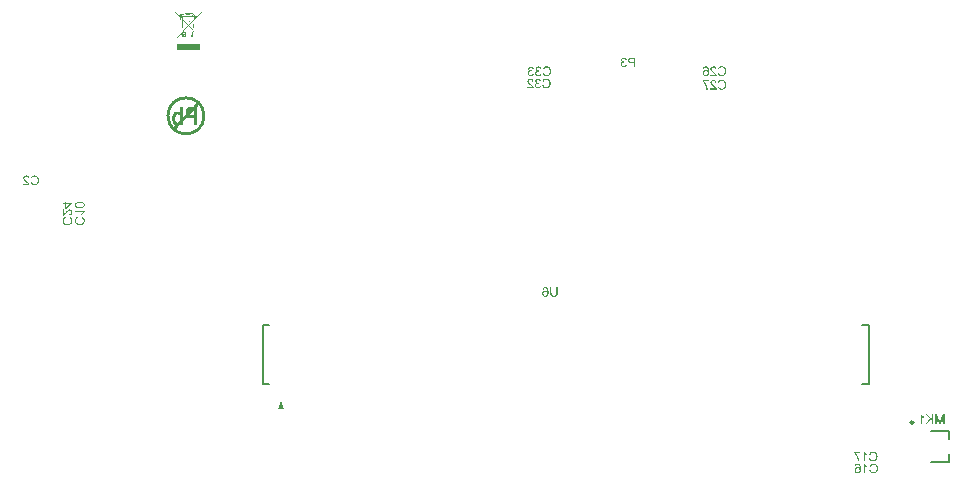
<source format=gbr>
%TF.GenerationSoftware,Altium Limited,Altium Designer,20.1.11 (218)*%
G04 Layer_Color=32896*
%FSLAX26Y26*%
%MOIN*%
%TF.SameCoordinates,27E64F16-BD7F-4648-91A1-9AE93EB88D02*%
%TF.FilePolarity,Positive*%
%TF.FileFunction,Legend,Bot*%
%TF.Part,Single*%
G01*
G75*
%TA.AperFunction,NonConductor*%
%ADD75C,0.010000*%
%ADD76C,0.009842*%
%ADD77C,0.005000*%
%ADD78C,0.007874*%
G36*
X1097244Y438622D02*
X1107244Y413622D01*
X1087244D01*
X1097244Y438622D01*
D02*
G37*
G36*
X832463Y1734764D02*
X809005Y1710335D01*
X808312Y1703672D01*
X806785Y1687710D01*
X805674Y1676190D01*
X830797Y1650235D01*
X829131Y1648569D01*
X805397Y1672859D01*
X804009Y1658007D01*
X803315D01*
Y1652316D01*
X798040D01*
Y1658007D01*
X781662D01*
X781107Y1656897D01*
X780274Y1655786D01*
X779163Y1654537D01*
X777637Y1653427D01*
X775832Y1652872D01*
X774167Y1652733D01*
X772501D01*
X771252Y1653149D01*
X769725Y1653705D01*
X768476Y1654537D01*
X767504Y1655509D01*
X766533Y1656897D01*
X765839Y1658424D01*
X765422Y1659812D01*
X765284Y1661061D01*
X765422Y1662449D01*
X765700Y1663559D01*
X766116Y1664670D01*
X766672Y1665780D01*
X767365Y1666752D01*
X768337Y1667723D01*
X769447Y1668417D01*
X770419Y1668834D01*
X770280Y1670083D01*
X749460Y1648569D01*
X747795Y1650373D01*
X770003Y1673414D01*
X768198Y1693540D01*
X766949Y1708114D01*
X760287D01*
Y1717414D01*
X762091D01*
X745158Y1734764D01*
X746962Y1736429D01*
X762785Y1720051D01*
Y1721300D01*
X762508Y1721578D01*
X762091Y1721855D01*
X761675Y1722272D01*
X761258Y1722688D01*
X760981Y1723382D01*
X760842Y1723937D01*
X760703Y1724631D01*
X760842Y1725464D01*
X761120Y1726019D01*
X761675Y1726991D01*
X762369Y1727546D01*
X763340Y1727963D01*
X764312Y1728101D01*
X765284Y1727963D01*
X766116Y1727685D01*
X766810Y1727268D01*
X767088Y1726852D01*
X767782Y1727407D01*
X768754Y1728101D01*
X770003Y1728657D01*
X771807Y1729351D01*
X773750Y1729906D01*
X775693Y1730322D01*
X777775Y1730738D01*
X779441Y1730877D01*
Y1732959D01*
X792766D01*
Y1731155D01*
X793876D01*
X795542Y1731016D01*
X797346Y1730738D01*
X799151Y1730461D01*
Y1731571D01*
X804841D01*
Y1728934D01*
X805535Y1728518D01*
X806507Y1728101D01*
X807479Y1727546D01*
X808312Y1726991D01*
X809144Y1726297D01*
X809699Y1725742D01*
X809977Y1725325D01*
X810255Y1724770D01*
X810116Y1723799D01*
X813447D01*
Y1719496D01*
X809838D01*
X809283Y1714082D01*
X830797Y1736429D01*
X832463Y1734764D01*
D02*
G37*
G36*
X827466Y1629415D02*
Y1629137D01*
Y1628582D01*
Y1628026D01*
Y1627471D01*
Y1626916D01*
Y1626639D01*
Y1626500D01*
Y1624279D01*
Y1622197D01*
Y1621225D01*
Y1620531D01*
Y1620115D01*
Y1619976D01*
Y1617478D01*
Y1616367D01*
Y1615396D01*
Y1614563D01*
Y1614008D01*
Y1613591D01*
Y1613453D01*
Y1612481D01*
Y1611787D01*
Y1611232D01*
Y1610954D01*
Y1610538D01*
X751542D01*
Y1610677D01*
Y1610954D01*
Y1612064D01*
Y1613036D01*
Y1613314D01*
Y1613453D01*
Y1615673D01*
Y1617755D01*
Y1618727D01*
Y1619421D01*
Y1619837D01*
Y1619976D01*
Y1622475D01*
Y1623585D01*
Y1624556D01*
Y1625389D01*
Y1625945D01*
Y1626361D01*
Y1626500D01*
Y1627471D01*
Y1628304D01*
Y1628859D01*
Y1629137D01*
Y1629415D01*
Y1629553D01*
X827466D01*
Y1629415D01*
D02*
G37*
G36*
X771173Y1357551D02*
X762016D01*
Y1364118D01*
X761183Y1362823D01*
X760351Y1361713D01*
X759426Y1360696D01*
X758593Y1359956D01*
X757946Y1359308D01*
X757298Y1358846D01*
X756928Y1358568D01*
X756836Y1358476D01*
X755633Y1357828D01*
X754523Y1357366D01*
X753413Y1356996D01*
X752488Y1356811D01*
X751656Y1356626D01*
X751008Y1356533D01*
X750453D01*
X749343Y1356626D01*
X748233Y1356811D01*
X747123Y1357088D01*
X746106Y1357551D01*
X744348Y1358476D01*
X742683Y1359678D01*
X741388Y1360788D01*
X740463Y1361806D01*
X740093Y1362176D01*
X739816Y1362453D01*
X739723Y1362638D01*
X739631Y1362731D01*
X738798Y1363933D01*
X738058Y1365228D01*
X737411Y1366708D01*
X736856Y1368096D01*
X736023Y1371056D01*
X735468Y1373923D01*
X735283Y1375218D01*
X735191Y1376421D01*
X735098Y1377531D01*
X735006Y1378548D01*
X734913Y1379288D01*
Y1379936D01*
Y1380306D01*
Y1380398D01*
X735006Y1382526D01*
X735098Y1384468D01*
X735283Y1386318D01*
X735653Y1387983D01*
X735931Y1389556D01*
X736301Y1391036D01*
X736763Y1392331D01*
X737133Y1393441D01*
X737596Y1394551D01*
X737966Y1395383D01*
X738428Y1396123D01*
X738706Y1396771D01*
X738983Y1397233D01*
X739261Y1397603D01*
X739353Y1397788D01*
X739446Y1397881D01*
X740278Y1398898D01*
X741203Y1399823D01*
X742128Y1400656D01*
X743053Y1401396D01*
X744071Y1401951D01*
X744903Y1402413D01*
X746661Y1403153D01*
X748233Y1403616D01*
X748881Y1403708D01*
X749436Y1403801D01*
X749898Y1403893D01*
X750546D01*
X751656Y1403801D01*
X752766Y1403616D01*
X753783Y1403338D01*
X754616Y1403061D01*
X755356Y1402783D01*
X755911Y1402506D01*
X756281Y1402321D01*
X756373Y1402228D01*
X757391Y1401581D01*
X758223Y1400841D01*
X759056Y1400008D01*
X759796Y1399268D01*
X760443Y1398621D01*
X760906Y1398066D01*
X761183Y1397696D01*
X761276Y1397511D01*
Y1420081D01*
X771173D01*
Y1357551D01*
D02*
G37*
G36*
X818533D02*
X808173D01*
Y1381138D01*
X799756D01*
X798183Y1381231D01*
X796703Y1381323D01*
X795408Y1381416D01*
X794206Y1381601D01*
X793188Y1381693D01*
X792171Y1381878D01*
X791338Y1382063D01*
X790598Y1382248D01*
X789951Y1382433D01*
X789488Y1382526D01*
X789026Y1382711D01*
X788656Y1382803D01*
X788471Y1382896D01*
X788286Y1382988D01*
X786898Y1383821D01*
X785603Y1384746D01*
X784493Y1385856D01*
X783568Y1386873D01*
X782828Y1387798D01*
X782273Y1388631D01*
X781903Y1389186D01*
X781811Y1389278D01*
Y1389371D01*
X780978Y1391221D01*
X780331Y1393071D01*
X779868Y1395013D01*
X779498Y1396771D01*
X779313Y1398343D01*
Y1399083D01*
X779221Y1399638D01*
Y1400101D01*
Y1400471D01*
Y1400656D01*
Y1400748D01*
X779313Y1403431D01*
X779683Y1405836D01*
X780146Y1407871D01*
X780701Y1409628D01*
X781071Y1410461D01*
X781348Y1411108D01*
X781533Y1411663D01*
X781811Y1412126D01*
X781996Y1412496D01*
X782181Y1412773D01*
X782273Y1412866D01*
Y1412958D01*
X783476Y1414623D01*
X784678Y1415918D01*
X785973Y1417028D01*
X787083Y1417861D01*
X788193Y1418416D01*
X789026Y1418878D01*
X789581Y1419063D01*
X789673Y1419156D01*
X789766D01*
X790413Y1419341D01*
X791153Y1419433D01*
X791986Y1419618D01*
X792911Y1419711D01*
X794853Y1419896D01*
X796981Y1419988D01*
X798831Y1420081D01*
X818533D01*
Y1357551D01*
D02*
G37*
G36*
X1978915Y818662D02*
X1979793Y818570D01*
X1980625Y818385D01*
X1981410Y818154D01*
X1982103Y817831D01*
X1982796Y817553D01*
X1983397Y817184D01*
X1983951Y816861D01*
X1984413Y816537D01*
X1984875Y816168D01*
X1985245Y815890D01*
X1985522Y815613D01*
X1985753Y815336D01*
X1985938Y815151D01*
X1986030Y815059D01*
X1986076Y815013D01*
X1986677Y814181D01*
X1987185Y813211D01*
X1987647Y812194D01*
X1988063Y811132D01*
X1988386Y810023D01*
X1988663Y808914D01*
X1988894Y807759D01*
X1989079Y806697D01*
X1989218Y805634D01*
X1989310Y804664D01*
X1989403Y803786D01*
X1989449Y803047D01*
Y802400D01*
X1989495Y801938D01*
Y801753D01*
Y801615D01*
Y801568D01*
Y801522D01*
X1989449Y800044D01*
X1989356Y798658D01*
X1989218Y797364D01*
X1988987Y796163D01*
X1988756Y795100D01*
X1988525Y794130D01*
X1988248Y793252D01*
X1987924Y792467D01*
X1987647Y791820D01*
X1987370Y791220D01*
X1987139Y790758D01*
X1986862Y790342D01*
X1986677Y790018D01*
X1986538Y789833D01*
X1986446Y789695D01*
X1986400Y789649D01*
X1985799Y789002D01*
X1985152Y788447D01*
X1984505Y787986D01*
X1983859Y787570D01*
X1983166Y787200D01*
X1982519Y786923D01*
X1981872Y786692D01*
X1981225Y786507D01*
X1980671Y786369D01*
X1980116Y786230D01*
X1979654Y786138D01*
X1979239Y786091D01*
X1978869D01*
X1978638Y786045D01*
X1978407D01*
X1977344Y786091D01*
X1976374Y786276D01*
X1975496Y786461D01*
X1974711Y786738D01*
X1974110Y786969D01*
X1973648Y787200D01*
X1973464Y787246D01*
X1973325Y787339D01*
X1973279Y787385D01*
X1973233D01*
X1972447Y787939D01*
X1971708Y788586D01*
X1971107Y789233D01*
X1970599Y789880D01*
X1970183Y790480D01*
X1969906Y790942D01*
X1969814Y791127D01*
X1969721Y791266D01*
X1969675Y791312D01*
Y791358D01*
X1969213Y792328D01*
X1968890Y793345D01*
X1968659Y794269D01*
X1968520Y795146D01*
X1968382Y795886D01*
Y796163D01*
X1968335Y796440D01*
Y796671D01*
Y796810D01*
Y796902D01*
Y796948D01*
X1968382Y797780D01*
X1968474Y798565D01*
X1968613Y799351D01*
X1968751Y800044D01*
X1968982Y800691D01*
X1969213Y801337D01*
X1969444Y801892D01*
X1969721Y802400D01*
X1969999Y802862D01*
X1970230Y803278D01*
X1970461Y803601D01*
X1970692Y803924D01*
X1970830Y804155D01*
X1970969Y804294D01*
X1971061Y804386D01*
X1971107Y804433D01*
X1971616Y804941D01*
X1972170Y805403D01*
X1972771Y805773D01*
X1973325Y806096D01*
X1973879Y806419D01*
X1974434Y806650D01*
X1975496Y806974D01*
X1975958Y807112D01*
X1976420Y807205D01*
X1976790Y807251D01*
X1977160Y807297D01*
X1977437Y807343D01*
X1977806D01*
X1978638Y807297D01*
X1979423Y807159D01*
X1980163Y807020D01*
X1980809Y806835D01*
X1981364Y806604D01*
X1981780Y806466D01*
X1982057Y806327D01*
X1982103Y806281D01*
X1982149D01*
X1982888Y805819D01*
X1983535Y805311D01*
X1984136Y804802D01*
X1984598Y804248D01*
X1985014Y803786D01*
X1985337Y803416D01*
X1985522Y803139D01*
X1985568Y803093D01*
Y803924D01*
X1985522Y804756D01*
X1985476Y805495D01*
X1985383Y806235D01*
X1985337Y806881D01*
X1985245Y807482D01*
X1985152Y808036D01*
X1985014Y808544D01*
X1984921Y809006D01*
X1984829Y809376D01*
X1984736Y809699D01*
X1984690Y809977D01*
X1984598Y810162D01*
X1984552Y810300D01*
X1984505Y810393D01*
Y810439D01*
X1984043Y811363D01*
X1983581Y812194D01*
X1983073Y812841D01*
X1982611Y813395D01*
X1982195Y813857D01*
X1981872Y814181D01*
X1981641Y814366D01*
X1981549Y814412D01*
X1980994Y814782D01*
X1980440Y815013D01*
X1979885Y815197D01*
X1979331Y815336D01*
X1978915Y815428D01*
X1978546Y815475D01*
X1978222D01*
X1977391Y815382D01*
X1976605Y815197D01*
X1975958Y814920D01*
X1975358Y814643D01*
X1974896Y814319D01*
X1974572Y814042D01*
X1974388Y813857D01*
X1974295Y813765D01*
X1973972Y813349D01*
X1973648Y812841D01*
X1973371Y812287D01*
X1973186Y811732D01*
X1973002Y811224D01*
X1972863Y810808D01*
X1972817Y810531D01*
X1972771Y810485D01*
Y810439D01*
X1968844Y810762D01*
X1969121Y812056D01*
X1969537Y813211D01*
X1969999Y814227D01*
X1970507Y815059D01*
X1971015Y815706D01*
X1971200Y815983D01*
X1971431Y816214D01*
X1971569Y816352D01*
X1971708Y816491D01*
X1971754Y816537D01*
X1971800Y816583D01*
X1972262Y816953D01*
X1972771Y817276D01*
X1973787Y817831D01*
X1974803Y818200D01*
X1975774Y818431D01*
X1976651Y818616D01*
X1977021Y818662D01*
X1977344D01*
X1977622Y818708D01*
X1977991D01*
X1978915Y818662D01*
D02*
G37*
G36*
X2019895Y800090D02*
Y799166D01*
X2019848Y798288D01*
X2019802Y797457D01*
X2019710Y796671D01*
X2019617Y795978D01*
X2019525Y795331D01*
X2019386Y794731D01*
X2019294Y794176D01*
X2019202Y793668D01*
X2019063Y793252D01*
X2018971Y792883D01*
X2018878Y792606D01*
X2018786Y792375D01*
X2018740Y792190D01*
X2018693Y792097D01*
Y792051D01*
X2018185Y791035D01*
X2017538Y790111D01*
X2016892Y789371D01*
X2016199Y788725D01*
X2015598Y788216D01*
X2015090Y787847D01*
X2014905Y787755D01*
X2014766Y787662D01*
X2014674Y787570D01*
X2014628D01*
X2013473Y787062D01*
X2012272Y786692D01*
X2011024Y786415D01*
X2009869Y786230D01*
X2009361Y786184D01*
X2008853Y786138D01*
X2008391Y786091D01*
X2008021D01*
X2007698Y786045D01*
X2007282D01*
X2005619Y786138D01*
X2004880Y786230D01*
X2004187Y786322D01*
X2003494Y786461D01*
X2002893Y786600D01*
X2002339Y786738D01*
X2001830Y786923D01*
X2001368Y787108D01*
X2000999Y787246D01*
X2000629Y787385D01*
X2000352Y787524D01*
X2000121Y787662D01*
X1999982Y787708D01*
X1999890Y787801D01*
X1999844D01*
X1998827Y788494D01*
X1997996Y789279D01*
X1997349Y790018D01*
X1996795Y790758D01*
X1996379Y791404D01*
X1996102Y791913D01*
X1996009Y792097D01*
X1995917Y792236D01*
X1995871Y792328D01*
Y792375D01*
X1995686Y792929D01*
X1995501Y793529D01*
X1995224Y794777D01*
X1995039Y796071D01*
X1994900Y797318D01*
X1994854Y797872D01*
X1994808Y798427D01*
Y798889D01*
X1994762Y799304D01*
Y799628D01*
Y799859D01*
Y800044D01*
Y800090D01*
Y818570D01*
X1999012D01*
Y800090D01*
Y799027D01*
X1999105Y798011D01*
X1999197Y797133D01*
X1999336Y796302D01*
X1999474Y795562D01*
X1999659Y794869D01*
X1999798Y794269D01*
X1999982Y793760D01*
X2000167Y793345D01*
X2000352Y792929D01*
X2000537Y792652D01*
X2000675Y792375D01*
X2000814Y792190D01*
X2000906Y792051D01*
X2000953Y792005D01*
X2000999Y791959D01*
X2001415Y791589D01*
X2001877Y791266D01*
X2002893Y790758D01*
X2003956Y790388D01*
X2005064Y790157D01*
X2006081Y789972D01*
X2006497Y789926D01*
X2006912D01*
X2007190Y789880D01*
X2007652D01*
X2008622Y789926D01*
X2009500Y790064D01*
X2010331Y790203D01*
X2010978Y790434D01*
X2011532Y790619D01*
X2011948Y790758D01*
X2012179Y790896D01*
X2012272Y790942D01*
X2012918Y791358D01*
X2013473Y791866D01*
X2013935Y792375D01*
X2014258Y792837D01*
X2014535Y793298D01*
X2014766Y793622D01*
X2014859Y793853D01*
X2014905Y793945D01*
X2015044Y794361D01*
X2015136Y794777D01*
X2015321Y795747D01*
X2015459Y796764D01*
X2015552Y797780D01*
X2015598Y798658D01*
Y799073D01*
X2015644Y799397D01*
Y799674D01*
Y799905D01*
Y800044D01*
Y800090D01*
Y818570D01*
X2019895D01*
Y800090D01*
D02*
G37*
G36*
X2539591Y1509194D02*
X2540376Y1509148D01*
X2541115Y1509009D01*
X2541808Y1508870D01*
X2542455Y1508686D01*
X2543056Y1508501D01*
X2543610Y1508270D01*
X2544118Y1508039D01*
X2544580Y1507808D01*
X2544950Y1507577D01*
X2545273Y1507392D01*
X2545550Y1507207D01*
X2545782Y1507069D01*
X2545920Y1506930D01*
X2546012Y1506884D01*
X2546059Y1506838D01*
X2546521Y1506376D01*
X2546936Y1505868D01*
X2547352Y1505313D01*
X2547676Y1504759D01*
X2548230Y1503650D01*
X2548600Y1502541D01*
X2548738Y1502033D01*
X2548877Y1501525D01*
X2548969Y1501109D01*
X2549062Y1500739D01*
X2549108Y1500416D01*
Y1500185D01*
X2549154Y1500046D01*
Y1500000D01*
X2545135Y1499584D01*
X2545042Y1500647D01*
X2544858Y1501571D01*
X2544580Y1502402D01*
X2544257Y1503049D01*
X2543980Y1503604D01*
X2543702Y1503973D01*
X2543518Y1504204D01*
X2543425Y1504297D01*
X2542732Y1504851D01*
X2541993Y1505267D01*
X2541208Y1505590D01*
X2540515Y1505775D01*
X2539868Y1505914D01*
X2539314Y1505960D01*
X2539129Y1506006D01*
X2538852D01*
X2537881Y1505960D01*
X2537003Y1505775D01*
X2536264Y1505498D01*
X2535617Y1505221D01*
X2535109Y1504897D01*
X2534786Y1504666D01*
X2534555Y1504482D01*
X2534463Y1504389D01*
X2533908Y1503742D01*
X2533492Y1503095D01*
X2533169Y1502449D01*
X2532984Y1501802D01*
X2532845Y1501294D01*
X2532799Y1500832D01*
X2532753Y1500554D01*
Y1500508D01*
Y1500462D01*
X2532845Y1499630D01*
X2533030Y1498753D01*
X2533354Y1497967D01*
X2533677Y1497228D01*
X2534047Y1496628D01*
X2534370Y1496119D01*
X2534463Y1495935D01*
X2534555Y1495796D01*
X2534647Y1495750D01*
Y1495704D01*
X2535017Y1495195D01*
X2535479Y1494687D01*
X2535987Y1494133D01*
X2536541Y1493578D01*
X2537697Y1492469D01*
X2538852Y1491361D01*
X2539452Y1490852D01*
X2539960Y1490390D01*
X2540468Y1489975D01*
X2540884Y1489605D01*
X2541208Y1489328D01*
X2541485Y1489097D01*
X2541670Y1488958D01*
X2541716Y1488912D01*
X2542871Y1487942D01*
X2543934Y1487018D01*
X2544811Y1486186D01*
X2545504Y1485493D01*
X2546105Y1484893D01*
X2546521Y1484477D01*
X2546752Y1484200D01*
X2546844Y1484153D01*
Y1484107D01*
X2547491Y1483322D01*
X2547999Y1482583D01*
X2548461Y1481843D01*
X2548831Y1481197D01*
X2549108Y1480642D01*
X2549293Y1480226D01*
X2549385Y1479949D01*
X2549431Y1479903D01*
Y1479857D01*
X2549616Y1479349D01*
X2549709Y1478887D01*
X2549801Y1478425D01*
X2549847Y1478009D01*
X2549893Y1477639D01*
Y1477362D01*
Y1477177D01*
Y1477131D01*
X2528688D01*
Y1480919D01*
X2544442D01*
X2543887Y1481705D01*
X2543610Y1482028D01*
X2543379Y1482352D01*
X2543148Y1482629D01*
X2542963Y1482814D01*
X2542825Y1482952D01*
X2542778Y1482998D01*
X2542548Y1483229D01*
X2542270Y1483460D01*
X2541624Y1484061D01*
X2540884Y1484754D01*
X2540099Y1485447D01*
X2539360Y1486048D01*
X2539036Y1486325D01*
X2538759Y1486602D01*
X2538528Y1486787D01*
X2538343Y1486926D01*
X2538251Y1487018D01*
X2538205Y1487064D01*
X2537465Y1487711D01*
X2536726Y1488312D01*
X2536079Y1488912D01*
X2535479Y1489420D01*
X2534925Y1489928D01*
X2534463Y1490390D01*
X2534001Y1490806D01*
X2533631Y1491176D01*
X2533261Y1491545D01*
X2532984Y1491823D01*
X2532753Y1492054D01*
X2532522Y1492285D01*
X2532291Y1492562D01*
X2532199Y1492654D01*
X2531552Y1493440D01*
X2530997Y1494133D01*
X2530535Y1494826D01*
X2530166Y1495380D01*
X2529889Y1495888D01*
X2529704Y1496258D01*
X2529611Y1496489D01*
X2529565Y1496581D01*
X2529288Y1497274D01*
X2529103Y1497967D01*
X2528919Y1498614D01*
X2528826Y1499168D01*
X2528780Y1499677D01*
X2528734Y1500046D01*
Y1500277D01*
Y1500370D01*
X2528780Y1501063D01*
X2528872Y1501709D01*
X2528965Y1502356D01*
X2529149Y1502911D01*
X2529611Y1504020D01*
X2530073Y1504897D01*
X2530351Y1505313D01*
X2530582Y1505637D01*
X2530813Y1505960D01*
X2531044Y1506191D01*
X2531229Y1506376D01*
X2531321Y1506561D01*
X2531413Y1506607D01*
X2531459Y1506653D01*
X2531968Y1507115D01*
X2532522Y1507531D01*
X2533123Y1507854D01*
X2533723Y1508131D01*
X2534925Y1508593D01*
X2536126Y1508917D01*
X2536634Y1509009D01*
X2537142Y1509101D01*
X2537604Y1509148D01*
X2537974Y1509194D01*
X2538297Y1509240D01*
X2538759D01*
X2539591Y1509194D01*
D02*
G37*
G36*
X2567680Y1509563D02*
X2569159Y1509332D01*
X2570452Y1509055D01*
X2571053Y1508870D01*
X2571607Y1508686D01*
X2572115Y1508501D01*
X2572577Y1508316D01*
X2572947Y1508178D01*
X2573317Y1508039D01*
X2573548Y1507900D01*
X2573733Y1507808D01*
X2573871Y1507762D01*
X2573917Y1507716D01*
X2575165Y1506930D01*
X2576227Y1506006D01*
X2577151Y1505082D01*
X2577937Y1504158D01*
X2578537Y1503326D01*
X2578768Y1502957D01*
X2578953Y1502633D01*
X2579138Y1502402D01*
X2579230Y1502218D01*
X2579276Y1502079D01*
X2579323Y1502033D01*
X2579970Y1500601D01*
X2580432Y1499122D01*
X2580755Y1497644D01*
X2580986Y1496304D01*
X2581078Y1495704D01*
X2581124Y1495103D01*
X2581171Y1494641D01*
Y1494179D01*
X2581217Y1493855D01*
Y1493578D01*
Y1493393D01*
Y1493347D01*
X2581124Y1491684D01*
X2580940Y1490067D01*
X2580709Y1488635D01*
X2580524Y1487942D01*
X2580385Y1487341D01*
X2580247Y1486787D01*
X2580062Y1486279D01*
X2579923Y1485817D01*
X2579831Y1485447D01*
X2579692Y1485170D01*
X2579646Y1484939D01*
X2579554Y1484800D01*
Y1484754D01*
X2578861Y1483368D01*
X2578075Y1482121D01*
X2577244Y1481058D01*
X2576828Y1480642D01*
X2576458Y1480226D01*
X2576089Y1479857D01*
X2575719Y1479534D01*
X2575396Y1479256D01*
X2575119Y1479072D01*
X2574934Y1478887D01*
X2574749Y1478748D01*
X2574657Y1478702D01*
X2574610Y1478656D01*
X2573963Y1478286D01*
X2573317Y1477963D01*
X2571931Y1477455D01*
X2570545Y1477085D01*
X2569205Y1476854D01*
X2568558Y1476762D01*
X2568004Y1476669D01*
X2567495Y1476623D01*
X2567080D01*
X2566710Y1476577D01*
X2566202D01*
X2565278Y1476623D01*
X2564400Y1476715D01*
X2563568Y1476808D01*
X2562783Y1476993D01*
X2562044Y1477224D01*
X2561351Y1477455D01*
X2560704Y1477686D01*
X2560104Y1477963D01*
X2559595Y1478194D01*
X2559087Y1478425D01*
X2558718Y1478656D01*
X2558348Y1478887D01*
X2558117Y1479072D01*
X2557886Y1479164D01*
X2557794Y1479256D01*
X2557747Y1479303D01*
X2557101Y1479857D01*
X2556546Y1480411D01*
X2556038Y1481058D01*
X2555530Y1481705D01*
X2554698Y1482998D01*
X2554051Y1484292D01*
X2553774Y1484893D01*
X2553543Y1485447D01*
X2553358Y1485955D01*
X2553220Y1486371D01*
X2553081Y1486741D01*
X2552989Y1487018D01*
X2552943Y1487203D01*
Y1487249D01*
X2557193Y1488312D01*
X2557378Y1487572D01*
X2557609Y1486879D01*
X2557840Y1486233D01*
X2558071Y1485632D01*
X2558348Y1485078D01*
X2558625Y1484616D01*
X2558948Y1484153D01*
X2559226Y1483738D01*
X2559457Y1483368D01*
X2559734Y1483091D01*
X2559965Y1482814D01*
X2560150Y1482583D01*
X2560334Y1482444D01*
X2560473Y1482305D01*
X2560519Y1482259D01*
X2560566Y1482213D01*
X2561028Y1481843D01*
X2561536Y1481566D01*
X2562552Y1481058D01*
X2563522Y1480688D01*
X2564492Y1480457D01*
X2565324Y1480273D01*
X2565648Y1480226D01*
X2565971D01*
X2566248Y1480180D01*
X2566572D01*
X2567634Y1480226D01*
X2568651Y1480411D01*
X2569575Y1480642D01*
X2570406Y1480919D01*
X2571053Y1481197D01*
X2571330Y1481335D01*
X2571561Y1481428D01*
X2571746Y1481520D01*
X2571885Y1481612D01*
X2571977Y1481659D01*
X2572023D01*
X2572901Y1482305D01*
X2573640Y1482998D01*
X2574287Y1483784D01*
X2574795Y1484523D01*
X2575211Y1485170D01*
X2575488Y1485724D01*
X2575581Y1485955D01*
X2575673Y1486094D01*
X2575719Y1486186D01*
Y1486233D01*
X2576089Y1487434D01*
X2576366Y1488635D01*
X2576597Y1489836D01*
X2576735Y1490945D01*
X2576782Y1491453D01*
X2576828Y1491915D01*
Y1492331D01*
X2576874Y1492654D01*
Y1492931D01*
Y1493162D01*
Y1493301D01*
Y1493347D01*
X2576828Y1494549D01*
X2576735Y1495657D01*
X2576551Y1496674D01*
X2576366Y1497598D01*
X2576227Y1498383D01*
X2576135Y1498707D01*
X2576043Y1498984D01*
X2575996Y1499215D01*
X2575950Y1499353D01*
X2575904Y1499446D01*
Y1499492D01*
X2575442Y1500554D01*
X2574934Y1501525D01*
X2574379Y1502310D01*
X2573779Y1503003D01*
X2573271Y1503557D01*
X2572855Y1503927D01*
X2572531Y1504158D01*
X2572485Y1504251D01*
X2572439D01*
X2571469Y1504851D01*
X2570406Y1505313D01*
X2569390Y1505637D01*
X2568419Y1505821D01*
X2567542Y1505960D01*
X2567172Y1506006D01*
X2566849D01*
X2566618Y1506052D01*
X2566248D01*
X2565093Y1506006D01*
X2564030Y1505821D01*
X2563153Y1505544D01*
X2562367Y1505267D01*
X2561767Y1504944D01*
X2561305Y1504713D01*
X2561028Y1504528D01*
X2560935Y1504435D01*
X2560196Y1503742D01*
X2559503Y1502957D01*
X2558948Y1502125D01*
X2558486Y1501294D01*
X2558117Y1500554D01*
X2557978Y1500185D01*
X2557886Y1499908D01*
X2557794Y1499677D01*
X2557701Y1499492D01*
X2557655Y1499399D01*
Y1499353D01*
X2553497Y1500323D01*
X2553774Y1501155D01*
X2554051Y1501894D01*
X2554421Y1502587D01*
X2554744Y1503280D01*
X2555114Y1503881D01*
X2555530Y1504435D01*
X2555899Y1504990D01*
X2556269Y1505452D01*
X2556639Y1505821D01*
X2556962Y1506191D01*
X2557285Y1506514D01*
X2557516Y1506745D01*
X2557747Y1506976D01*
X2557932Y1507115D01*
X2558024Y1507161D01*
X2558071Y1507207D01*
X2558718Y1507623D01*
X2559364Y1508039D01*
X2560011Y1508362D01*
X2560704Y1508639D01*
X2562090Y1509055D01*
X2563338Y1509332D01*
X2563938Y1509471D01*
X2564446Y1509517D01*
X2564954Y1509563D01*
X2565370Y1509610D01*
X2565694Y1509656D01*
X2566156D01*
X2567680Y1509563D01*
D02*
G37*
G36*
X2524206Y1504897D02*
X2508544D01*
X2509653Y1503557D01*
X2510716Y1502125D01*
X2511640Y1500739D01*
X2512517Y1499399D01*
X2512887Y1498799D01*
X2513211Y1498245D01*
X2513534Y1497736D01*
X2513765Y1497321D01*
X2513950Y1496951D01*
X2514088Y1496720D01*
X2514181Y1496535D01*
X2514227Y1496489D01*
X2515151Y1494641D01*
X2515983Y1492793D01*
X2516675Y1491037D01*
X2516953Y1490252D01*
X2517230Y1489466D01*
X2517507Y1488774D01*
X2517692Y1488127D01*
X2517877Y1487572D01*
X2518015Y1487110D01*
X2518154Y1486695D01*
X2518246Y1486417D01*
X2518293Y1486233D01*
Y1486186D01*
X2518755Y1484292D01*
X2518939Y1483368D01*
X2519078Y1482536D01*
X2519216Y1481751D01*
X2519355Y1480966D01*
X2519448Y1480319D01*
X2519540Y1479672D01*
X2519586Y1479118D01*
X2519632Y1478610D01*
X2519678Y1478148D01*
Y1477778D01*
X2519725Y1477501D01*
Y1477316D01*
Y1477177D01*
Y1477131D01*
X2515705D01*
X2515567Y1478887D01*
X2515336Y1480504D01*
X2515105Y1481982D01*
X2514966Y1482675D01*
X2514827Y1483322D01*
X2514735Y1483876D01*
X2514597Y1484384D01*
X2514504Y1484847D01*
X2514412Y1485216D01*
X2514319Y1485493D01*
X2514273Y1485724D01*
X2514227Y1485863D01*
Y1485909D01*
X2513534Y1488034D01*
X2512795Y1490021D01*
X2512425Y1490991D01*
X2512055Y1491915D01*
X2511640Y1492747D01*
X2511270Y1493578D01*
X2510947Y1494318D01*
X2510623Y1494964D01*
X2510346Y1495519D01*
X2510115Y1496027D01*
X2509884Y1496443D01*
X2509745Y1496720D01*
X2509653Y1496905D01*
X2509607Y1496951D01*
X2509052Y1497921D01*
X2508498Y1498891D01*
X2507944Y1499769D01*
X2507389Y1500601D01*
X2506881Y1501340D01*
X2506373Y1502079D01*
X2505865Y1502726D01*
X2505449Y1503280D01*
X2505033Y1503835D01*
X2504664Y1504297D01*
X2504294Y1504666D01*
X2504017Y1504990D01*
X2503832Y1505267D01*
X2503647Y1505452D01*
X2503555Y1505544D01*
X2503508Y1505590D01*
Y1508686D01*
X2524206D01*
Y1504897D01*
D02*
G37*
G36*
X2539591Y1554469D02*
X2540376Y1554423D01*
X2541115Y1554285D01*
X2541808Y1554146D01*
X2542455Y1553961D01*
X2543056Y1553776D01*
X2543610Y1553545D01*
X2544118Y1553314D01*
X2544580Y1553083D01*
X2544950Y1552852D01*
X2545273Y1552668D01*
X2545550Y1552483D01*
X2545782Y1552344D01*
X2545920Y1552206D01*
X2546012Y1552159D01*
X2546059Y1552113D01*
X2546521Y1551651D01*
X2546936Y1551143D01*
X2547352Y1550589D01*
X2547676Y1550034D01*
X2548230Y1548926D01*
X2548600Y1547817D01*
X2548738Y1547309D01*
X2548877Y1546800D01*
X2548969Y1546384D01*
X2549062Y1546015D01*
X2549108Y1545691D01*
Y1545460D01*
X2549154Y1545322D01*
Y1545276D01*
X2545135Y1544860D01*
X2545042Y1545922D01*
X2544858Y1546847D01*
X2544580Y1547678D01*
X2544257Y1548325D01*
X2543980Y1548879D01*
X2543702Y1549249D01*
X2543518Y1549480D01*
X2543425Y1549572D01*
X2542732Y1550127D01*
X2541993Y1550543D01*
X2541208Y1550866D01*
X2540515Y1551051D01*
X2539868Y1551189D01*
X2539314Y1551236D01*
X2539129Y1551282D01*
X2538852D01*
X2537881Y1551236D01*
X2537003Y1551051D01*
X2536264Y1550774D01*
X2535617Y1550496D01*
X2535109Y1550173D01*
X2534786Y1549942D01*
X2534555Y1549757D01*
X2534463Y1549665D01*
X2533908Y1549018D01*
X2533492Y1548371D01*
X2533169Y1547724D01*
X2532984Y1547078D01*
X2532845Y1546569D01*
X2532799Y1546107D01*
X2532753Y1545830D01*
Y1545784D01*
Y1545738D01*
X2532845Y1544906D01*
X2533030Y1544028D01*
X2533354Y1543243D01*
X2533677Y1542504D01*
X2534047Y1541903D01*
X2534370Y1541395D01*
X2534463Y1541210D01*
X2534555Y1541072D01*
X2534647Y1541025D01*
Y1540979D01*
X2535017Y1540471D01*
X2535479Y1539963D01*
X2535987Y1539408D01*
X2536541Y1538854D01*
X2537697Y1537745D01*
X2538852Y1536636D01*
X2539452Y1536128D01*
X2539960Y1535666D01*
X2540468Y1535250D01*
X2540884Y1534881D01*
X2541208Y1534603D01*
X2541485Y1534372D01*
X2541670Y1534234D01*
X2541716Y1534188D01*
X2542871Y1533217D01*
X2543934Y1532293D01*
X2544811Y1531462D01*
X2545504Y1530769D01*
X2546105Y1530168D01*
X2546521Y1529753D01*
X2546752Y1529475D01*
X2546844Y1529429D01*
Y1529383D01*
X2547491Y1528598D01*
X2547999Y1527858D01*
X2548461Y1527119D01*
X2548831Y1526472D01*
X2549108Y1525918D01*
X2549293Y1525502D01*
X2549385Y1525225D01*
X2549431Y1525179D01*
Y1525132D01*
X2549616Y1524624D01*
X2549709Y1524162D01*
X2549801Y1523700D01*
X2549847Y1523284D01*
X2549893Y1522915D01*
Y1522638D01*
Y1522453D01*
Y1522407D01*
X2528688D01*
Y1526195D01*
X2544442D01*
X2543887Y1526980D01*
X2543610Y1527304D01*
X2543379Y1527627D01*
X2543148Y1527905D01*
X2542963Y1528089D01*
X2542825Y1528228D01*
X2542778Y1528274D01*
X2542548Y1528505D01*
X2542270Y1528736D01*
X2541624Y1529337D01*
X2540884Y1530030D01*
X2540099Y1530723D01*
X2539360Y1531323D01*
X2539036Y1531601D01*
X2538759Y1531878D01*
X2538528Y1532062D01*
X2538343Y1532201D01*
X2538251Y1532293D01*
X2538205Y1532340D01*
X2537465Y1532986D01*
X2536726Y1533587D01*
X2536079Y1534188D01*
X2535479Y1534696D01*
X2534925Y1535204D01*
X2534463Y1535666D01*
X2534001Y1536082D01*
X2533631Y1536451D01*
X2533261Y1536821D01*
X2532984Y1537098D01*
X2532753Y1537329D01*
X2532522Y1537560D01*
X2532291Y1537838D01*
X2532199Y1537930D01*
X2531552Y1538715D01*
X2530997Y1539408D01*
X2530535Y1540101D01*
X2530166Y1540656D01*
X2529889Y1541164D01*
X2529704Y1541534D01*
X2529611Y1541764D01*
X2529565Y1541857D01*
X2529288Y1542550D01*
X2529103Y1543243D01*
X2528919Y1543890D01*
X2528826Y1544444D01*
X2528780Y1544952D01*
X2528734Y1545322D01*
Y1545553D01*
Y1545645D01*
X2528780Y1546338D01*
X2528872Y1546985D01*
X2528965Y1547632D01*
X2529149Y1548186D01*
X2529611Y1549295D01*
X2530073Y1550173D01*
X2530351Y1550589D01*
X2530582Y1550912D01*
X2530813Y1551236D01*
X2531044Y1551466D01*
X2531229Y1551651D01*
X2531321Y1551836D01*
X2531413Y1551882D01*
X2531459Y1551928D01*
X2531968Y1552390D01*
X2532522Y1552806D01*
X2533123Y1553130D01*
X2533723Y1553407D01*
X2534925Y1553869D01*
X2536126Y1554192D01*
X2536634Y1554285D01*
X2537142Y1554377D01*
X2537604Y1554423D01*
X2537974Y1554469D01*
X2538297Y1554516D01*
X2538759D01*
X2539591Y1554469D01*
D02*
G37*
G36*
X2514088D02*
X2514966Y1554377D01*
X2515798Y1554192D01*
X2516583Y1553961D01*
X2517276Y1553638D01*
X2517969Y1553361D01*
X2518570Y1552991D01*
X2519124Y1552668D01*
X2519586Y1552344D01*
X2520048Y1551975D01*
X2520418Y1551697D01*
X2520695Y1551420D01*
X2520926Y1551143D01*
X2521111Y1550958D01*
X2521203Y1550866D01*
X2521249Y1550820D01*
X2521850Y1549988D01*
X2522358Y1549018D01*
X2522820Y1548002D01*
X2523236Y1546939D01*
X2523559Y1545830D01*
X2523836Y1544721D01*
X2524068Y1543566D01*
X2524252Y1542504D01*
X2524391Y1541441D01*
X2524483Y1540471D01*
X2524576Y1539593D01*
X2524622Y1538854D01*
Y1538207D01*
X2524668Y1537745D01*
Y1537560D01*
Y1537422D01*
Y1537376D01*
Y1537329D01*
X2524622Y1535851D01*
X2524530Y1534465D01*
X2524391Y1533171D01*
X2524160Y1531970D01*
X2523929Y1530908D01*
X2523698Y1529937D01*
X2523421Y1529060D01*
X2523097Y1528274D01*
X2522820Y1527627D01*
X2522543Y1527027D01*
X2522312Y1526565D01*
X2522035Y1526149D01*
X2521850Y1525825D01*
X2521711Y1525641D01*
X2521619Y1525502D01*
X2521573Y1525456D01*
X2520972Y1524809D01*
X2520325Y1524255D01*
X2519678Y1523793D01*
X2519032Y1523377D01*
X2518339Y1523007D01*
X2517692Y1522730D01*
X2517045Y1522499D01*
X2516398Y1522314D01*
X2515844Y1522176D01*
X2515289Y1522037D01*
X2514827Y1521945D01*
X2514412Y1521899D01*
X2514042D01*
X2513811Y1521852D01*
X2513580D01*
X2512517Y1521899D01*
X2511547Y1522083D01*
X2510669Y1522268D01*
X2509884Y1522545D01*
X2509284Y1522776D01*
X2508822Y1523007D01*
X2508637Y1523053D01*
X2508498Y1523146D01*
X2508452Y1523192D01*
X2508406D01*
X2507620Y1523746D01*
X2506881Y1524393D01*
X2506280Y1525040D01*
X2505772Y1525687D01*
X2505356Y1526287D01*
X2505079Y1526749D01*
X2504987Y1526934D01*
X2504894Y1527073D01*
X2504848Y1527119D01*
Y1527165D01*
X2504386Y1528136D01*
X2504063Y1529152D01*
X2503832Y1530076D01*
X2503693Y1530954D01*
X2503555Y1531693D01*
Y1531970D01*
X2503508Y1532247D01*
Y1532478D01*
Y1532617D01*
Y1532709D01*
Y1532755D01*
X2503555Y1533587D01*
X2503647Y1534372D01*
X2503786Y1535158D01*
X2503924Y1535851D01*
X2504155Y1536498D01*
X2504386Y1537145D01*
X2504617Y1537699D01*
X2504894Y1538207D01*
X2505172Y1538669D01*
X2505403Y1539085D01*
X2505634Y1539408D01*
X2505865Y1539732D01*
X2506003Y1539963D01*
X2506142Y1540101D01*
X2506234Y1540194D01*
X2506280Y1540240D01*
X2506789Y1540748D01*
X2507343Y1541210D01*
X2507944Y1541580D01*
X2508498Y1541903D01*
X2509052Y1542226D01*
X2509607Y1542457D01*
X2510669Y1542781D01*
X2511131Y1542919D01*
X2511593Y1543012D01*
X2511963Y1543058D01*
X2512333Y1543104D01*
X2512610Y1543150D01*
X2512979D01*
X2513811Y1543104D01*
X2514597Y1542966D01*
X2515336Y1542827D01*
X2515983Y1542642D01*
X2516537Y1542411D01*
X2516953Y1542273D01*
X2517230Y1542134D01*
X2517276Y1542088D01*
X2517322D01*
X2518061Y1541626D01*
X2518708Y1541118D01*
X2519309Y1540610D01*
X2519771Y1540055D01*
X2520187Y1539593D01*
X2520510Y1539224D01*
X2520695Y1538946D01*
X2520741Y1538900D01*
Y1539732D01*
X2520695Y1540563D01*
X2520649Y1541303D01*
X2520556Y1542042D01*
X2520510Y1542688D01*
X2520418Y1543289D01*
X2520325Y1543843D01*
X2520187Y1544352D01*
X2520094Y1544814D01*
X2520002Y1545183D01*
X2519910Y1545507D01*
X2519863Y1545784D01*
X2519771Y1545969D01*
X2519725Y1546107D01*
X2519678Y1546200D01*
Y1546246D01*
X2519216Y1547170D01*
X2518755Y1548002D01*
X2518246Y1548648D01*
X2517784Y1549203D01*
X2517369Y1549665D01*
X2517045Y1549988D01*
X2516814Y1550173D01*
X2516722Y1550219D01*
X2516167Y1550589D01*
X2515613Y1550820D01*
X2515059Y1551005D01*
X2514504Y1551143D01*
X2514088Y1551236D01*
X2513719Y1551282D01*
X2513395D01*
X2512564Y1551189D01*
X2511778Y1551005D01*
X2511131Y1550727D01*
X2510531Y1550450D01*
X2510069Y1550127D01*
X2509745Y1549850D01*
X2509561Y1549665D01*
X2509468Y1549572D01*
X2509145Y1549157D01*
X2508822Y1548648D01*
X2508544Y1548094D01*
X2508360Y1547540D01*
X2508175Y1547031D01*
X2508036Y1546616D01*
X2507990Y1546338D01*
X2507944Y1546292D01*
Y1546246D01*
X2504017Y1546569D01*
X2504294Y1547863D01*
X2504710Y1549018D01*
X2505172Y1550034D01*
X2505680Y1550866D01*
X2506188Y1551513D01*
X2506373Y1551790D01*
X2506604Y1552021D01*
X2506742Y1552159D01*
X2506881Y1552298D01*
X2506927Y1552344D01*
X2506974Y1552390D01*
X2507436Y1552760D01*
X2507944Y1553083D01*
X2508960Y1553638D01*
X2509977Y1554007D01*
X2510947Y1554238D01*
X2511825Y1554423D01*
X2512194Y1554469D01*
X2512517D01*
X2512795Y1554516D01*
X2513164D01*
X2514088Y1554469D01*
D02*
G37*
G36*
X2567680Y1554839D02*
X2569159Y1554608D01*
X2570452Y1554331D01*
X2571053Y1554146D01*
X2571607Y1553961D01*
X2572115Y1553776D01*
X2572577Y1553592D01*
X2572947Y1553453D01*
X2573317Y1553314D01*
X2573548Y1553176D01*
X2573733Y1553083D01*
X2573871Y1553037D01*
X2573917Y1552991D01*
X2575165Y1552206D01*
X2576227Y1551282D01*
X2577151Y1550358D01*
X2577937Y1549434D01*
X2578537Y1548602D01*
X2578768Y1548233D01*
X2578953Y1547909D01*
X2579138Y1547678D01*
X2579230Y1547493D01*
X2579276Y1547355D01*
X2579323Y1547309D01*
X2579970Y1545876D01*
X2580432Y1544398D01*
X2580755Y1542919D01*
X2580986Y1541580D01*
X2581078Y1540979D01*
X2581124Y1540379D01*
X2581171Y1539917D01*
Y1539455D01*
X2581217Y1539131D01*
Y1538854D01*
Y1538669D01*
Y1538623D01*
X2581124Y1536960D01*
X2580940Y1535343D01*
X2580709Y1533910D01*
X2580524Y1533217D01*
X2580385Y1532617D01*
X2580247Y1532062D01*
X2580062Y1531554D01*
X2579923Y1531092D01*
X2579831Y1530723D01*
X2579692Y1530446D01*
X2579646Y1530215D01*
X2579554Y1530076D01*
Y1530030D01*
X2578861Y1528644D01*
X2578075Y1527396D01*
X2577244Y1526334D01*
X2576828Y1525918D01*
X2576458Y1525502D01*
X2576089Y1525132D01*
X2575719Y1524809D01*
X2575396Y1524532D01*
X2575119Y1524347D01*
X2574934Y1524162D01*
X2574749Y1524024D01*
X2574657Y1523977D01*
X2574610Y1523931D01*
X2573963Y1523562D01*
X2573317Y1523238D01*
X2571931Y1522730D01*
X2570545Y1522361D01*
X2569205Y1522130D01*
X2568558Y1522037D01*
X2568004Y1521945D01*
X2567495Y1521899D01*
X2567080D01*
X2566710Y1521852D01*
X2566202D01*
X2565278Y1521899D01*
X2564400Y1521991D01*
X2563568Y1522083D01*
X2562783Y1522268D01*
X2562044Y1522499D01*
X2561351Y1522730D01*
X2560704Y1522961D01*
X2560104Y1523238D01*
X2559595Y1523469D01*
X2559087Y1523700D01*
X2558718Y1523931D01*
X2558348Y1524162D01*
X2558117Y1524347D01*
X2557886Y1524439D01*
X2557794Y1524532D01*
X2557747Y1524578D01*
X2557101Y1525132D01*
X2556546Y1525687D01*
X2556038Y1526334D01*
X2555530Y1526980D01*
X2554698Y1528274D01*
X2554051Y1529568D01*
X2553774Y1530168D01*
X2553543Y1530723D01*
X2553358Y1531231D01*
X2553220Y1531647D01*
X2553081Y1532016D01*
X2552989Y1532293D01*
X2552943Y1532478D01*
Y1532524D01*
X2557193Y1533587D01*
X2557378Y1532848D01*
X2557609Y1532155D01*
X2557840Y1531508D01*
X2558071Y1530908D01*
X2558348Y1530353D01*
X2558625Y1529891D01*
X2558948Y1529429D01*
X2559226Y1529013D01*
X2559457Y1528644D01*
X2559734Y1528367D01*
X2559965Y1528089D01*
X2560150Y1527858D01*
X2560334Y1527720D01*
X2560473Y1527581D01*
X2560519Y1527535D01*
X2560566Y1527489D01*
X2561028Y1527119D01*
X2561536Y1526842D01*
X2562552Y1526334D01*
X2563522Y1525964D01*
X2564492Y1525733D01*
X2565324Y1525548D01*
X2565648Y1525502D01*
X2565971D01*
X2566248Y1525456D01*
X2566572D01*
X2567634Y1525502D01*
X2568651Y1525687D01*
X2569575Y1525918D01*
X2570406Y1526195D01*
X2571053Y1526472D01*
X2571330Y1526611D01*
X2571561Y1526703D01*
X2571746Y1526796D01*
X2571885Y1526888D01*
X2571977Y1526934D01*
X2572023D01*
X2572901Y1527581D01*
X2573640Y1528274D01*
X2574287Y1529060D01*
X2574795Y1529799D01*
X2575211Y1530446D01*
X2575488Y1531000D01*
X2575581Y1531231D01*
X2575673Y1531370D01*
X2575719Y1531462D01*
Y1531508D01*
X2576089Y1532709D01*
X2576366Y1533910D01*
X2576597Y1535112D01*
X2576735Y1536220D01*
X2576782Y1536729D01*
X2576828Y1537191D01*
Y1537607D01*
X2576874Y1537930D01*
Y1538207D01*
Y1538438D01*
Y1538577D01*
Y1538623D01*
X2576828Y1539824D01*
X2576735Y1540933D01*
X2576551Y1541949D01*
X2576366Y1542873D01*
X2576227Y1543659D01*
X2576135Y1543982D01*
X2576043Y1544259D01*
X2575996Y1544490D01*
X2575950Y1544629D01*
X2575904Y1544721D01*
Y1544767D01*
X2575442Y1545830D01*
X2574934Y1546800D01*
X2574379Y1547586D01*
X2573779Y1548279D01*
X2573271Y1548833D01*
X2572855Y1549203D01*
X2572531Y1549434D01*
X2572485Y1549526D01*
X2572439D01*
X2571469Y1550127D01*
X2570406Y1550589D01*
X2569390Y1550912D01*
X2568419Y1551097D01*
X2567542Y1551236D01*
X2567172Y1551282D01*
X2566849D01*
X2566618Y1551328D01*
X2566248D01*
X2565093Y1551282D01*
X2564030Y1551097D01*
X2563153Y1550820D01*
X2562367Y1550543D01*
X2561767Y1550219D01*
X2561305Y1549988D01*
X2561028Y1549803D01*
X2560935Y1549711D01*
X2560196Y1549018D01*
X2559503Y1548233D01*
X2558948Y1547401D01*
X2558486Y1546569D01*
X2558117Y1545830D01*
X2557978Y1545460D01*
X2557886Y1545183D01*
X2557794Y1544952D01*
X2557701Y1544767D01*
X2557655Y1544675D01*
Y1544629D01*
X2553497Y1545599D01*
X2553774Y1546431D01*
X2554051Y1547170D01*
X2554421Y1547863D01*
X2554744Y1548556D01*
X2555114Y1549157D01*
X2555530Y1549711D01*
X2555899Y1550265D01*
X2556269Y1550727D01*
X2556639Y1551097D01*
X2556962Y1551466D01*
X2557285Y1551790D01*
X2557516Y1552021D01*
X2557747Y1552252D01*
X2557932Y1552390D01*
X2558024Y1552437D01*
X2558071Y1552483D01*
X2558718Y1552899D01*
X2559364Y1553314D01*
X2560011Y1553638D01*
X2560704Y1553915D01*
X2562090Y1554331D01*
X2563338Y1554608D01*
X2563938Y1554747D01*
X2564446Y1554793D01*
X2564954Y1554839D01*
X2565370Y1554885D01*
X2565694Y1554931D01*
X2566156D01*
X2567680Y1554839D01*
D02*
G37*
G36*
X380943Y1098131D02*
X401641D01*
Y1094943D01*
X380943Y1080298D01*
X377339D01*
Y1094204D01*
X369670D01*
Y1098131D01*
X377339D01*
Y1102474D01*
X380943D01*
Y1098131D01*
D02*
G37*
G36*
X373459Y1061679D02*
X374244Y1062234D01*
X374567Y1062511D01*
X374891Y1062742D01*
X375168Y1062973D01*
X375353Y1063158D01*
X375491Y1063296D01*
X375538Y1063342D01*
X375769Y1063573D01*
X376000Y1063851D01*
X376600Y1064497D01*
X377293Y1065237D01*
X377986Y1066022D01*
X378587Y1066761D01*
X378864Y1067085D01*
X379141Y1067362D01*
X379326Y1067593D01*
X379465Y1067778D01*
X379557Y1067870D01*
X379603Y1067916D01*
X380250Y1068655D01*
X380851Y1069395D01*
X381451Y1070041D01*
X381959Y1070642D01*
X382468Y1071196D01*
X382930Y1071658D01*
X383345Y1072120D01*
X383715Y1072490D01*
X384085Y1072860D01*
X384362Y1073137D01*
X384593Y1073368D01*
X384824Y1073599D01*
X385101Y1073830D01*
X385193Y1073922D01*
X385979Y1074569D01*
X386672Y1075123D01*
X387365Y1075585D01*
X387919Y1075955D01*
X388427Y1076232D01*
X388797Y1076417D01*
X389028Y1076509D01*
X389120Y1076556D01*
X389813Y1076833D01*
X390506Y1077018D01*
X391153Y1077202D01*
X391708Y1077295D01*
X392216Y1077341D01*
X392585Y1077387D01*
X392816D01*
X392909D01*
X393602Y1077341D01*
X394249Y1077249D01*
X394895Y1077156D01*
X395450Y1076971D01*
X396559Y1076509D01*
X397436Y1076047D01*
X397852Y1075770D01*
X398176Y1075539D01*
X398499Y1075308D01*
X398730Y1075077D01*
X398915Y1074892D01*
X399100Y1074800D01*
X399146Y1074708D01*
X399192Y1074661D01*
X399654Y1074153D01*
X400070Y1073599D01*
X400393Y1072998D01*
X400670Y1072398D01*
X401132Y1071196D01*
X401456Y1069995D01*
X401548Y1069487D01*
X401641Y1068979D01*
X401687Y1068517D01*
X401733Y1068147D01*
X401779Y1067824D01*
Y1067362D01*
X401733Y1066530D01*
X401687Y1065745D01*
X401548Y1065006D01*
X401410Y1064313D01*
X401225Y1063666D01*
X401040Y1063065D01*
X400809Y1062511D01*
X400578Y1062003D01*
X400347Y1061541D01*
X400116Y1061171D01*
X399931Y1060848D01*
X399746Y1060570D01*
X399608Y1060339D01*
X399469Y1060201D01*
X399423Y1060108D01*
X399377Y1060062D01*
X398915Y1059600D01*
X398407Y1059184D01*
X397852Y1058769D01*
X397298Y1058445D01*
X396189Y1057891D01*
X395080Y1057521D01*
X394572Y1057383D01*
X394064Y1057244D01*
X393648Y1057152D01*
X393278Y1057059D01*
X392955Y1057013D01*
X392724D01*
X392585Y1056967D01*
X392539D01*
X392123Y1060986D01*
X393186Y1061079D01*
X394110Y1061263D01*
X394942Y1061541D01*
X395588Y1061864D01*
X396143Y1062141D01*
X396512Y1062418D01*
X396743Y1062603D01*
X396836Y1062696D01*
X397390Y1063389D01*
X397806Y1064128D01*
X398129Y1064913D01*
X398314Y1065606D01*
X398453Y1066253D01*
X398499Y1066807D01*
X398545Y1066992D01*
Y1067269D01*
X398499Y1068240D01*
X398314Y1069117D01*
X398037Y1069857D01*
X397760Y1070503D01*
X397436Y1071012D01*
X397205Y1071335D01*
X397021Y1071566D01*
X396928Y1071658D01*
X396281Y1072213D01*
X395635Y1072629D01*
X394988Y1072952D01*
X394341Y1073137D01*
X393833Y1073275D01*
X393371Y1073322D01*
X393094Y1073368D01*
X393047D01*
X393001D01*
X392170Y1073275D01*
X391292Y1073091D01*
X390506Y1072767D01*
X389767Y1072444D01*
X389167Y1072074D01*
X388658Y1071751D01*
X388474Y1071658D01*
X388335Y1071566D01*
X388289Y1071474D01*
X388243D01*
X387734Y1071104D01*
X387226Y1070642D01*
X386672Y1070134D01*
X386117Y1069579D01*
X385009Y1068424D01*
X383900Y1067269D01*
X383392Y1066669D01*
X382930Y1066161D01*
X382514Y1065652D01*
X382144Y1065237D01*
X381867Y1064913D01*
X381636Y1064636D01*
X381497Y1064451D01*
X381451Y1064405D01*
X380481Y1063250D01*
X379557Y1062187D01*
X378725Y1061310D01*
X378032Y1060617D01*
X377432Y1060016D01*
X377016Y1059600D01*
X376739Y1059369D01*
X376693Y1059277D01*
X376646D01*
X375861Y1058630D01*
X375122Y1058122D01*
X374383Y1057660D01*
X373736Y1057290D01*
X373181Y1057013D01*
X372766Y1056828D01*
X372488Y1056736D01*
X372442Y1056690D01*
X372396D01*
X371888Y1056505D01*
X371426Y1056412D01*
X370964Y1056320D01*
X370548Y1056274D01*
X370178Y1056228D01*
X369901D01*
X369716D01*
X369670D01*
Y1077433D01*
X373459D01*
Y1061679D01*
D02*
G37*
G36*
X380851Y1048928D02*
X380111Y1048743D01*
X379418Y1048512D01*
X378772Y1048281D01*
X378171Y1048050D01*
X377617Y1047773D01*
X377155Y1047496D01*
X376693Y1047172D01*
X376277Y1046895D01*
X375907Y1046664D01*
X375630Y1046387D01*
X375353Y1046156D01*
X375122Y1045971D01*
X374983Y1045786D01*
X374845Y1045648D01*
X374798Y1045602D01*
X374752Y1045555D01*
X374383Y1045093D01*
X374105Y1044585D01*
X373597Y1043569D01*
X373228Y1042599D01*
X372997Y1041628D01*
X372812Y1040797D01*
X372766Y1040473D01*
Y1040150D01*
X372719Y1039873D01*
Y1039549D01*
X372766Y1038487D01*
X372950Y1037470D01*
X373181Y1036546D01*
X373459Y1035715D01*
X373736Y1035068D01*
X373874Y1034791D01*
X373967Y1034560D01*
X374059Y1034375D01*
X374152Y1034236D01*
X374198Y1034144D01*
Y1034098D01*
X374845Y1033220D01*
X375538Y1032481D01*
X376323Y1031834D01*
X377062Y1031326D01*
X377709Y1030910D01*
X378263Y1030633D01*
X378494Y1030540D01*
X378633Y1030448D01*
X378725Y1030402D01*
X378772D01*
X379973Y1030032D01*
X381174Y1029755D01*
X382375Y1029524D01*
X383484Y1029385D01*
X383992Y1029339D01*
X384454Y1029293D01*
X384870D01*
X385193Y1029247D01*
X385471D01*
X385702D01*
X385840D01*
X385886D01*
X387088Y1029293D01*
X388196Y1029385D01*
X389213Y1029570D01*
X390137Y1029755D01*
X390922Y1029894D01*
X391246Y1029986D01*
X391523Y1030078D01*
X391754Y1030125D01*
X391892Y1030171D01*
X391985Y1030217D01*
X392031D01*
X393094Y1030679D01*
X394064Y1031187D01*
X394849Y1031742D01*
X395542Y1032342D01*
X396097Y1032850D01*
X396466Y1033266D01*
X396697Y1033590D01*
X396790Y1033636D01*
Y1033682D01*
X397390Y1034652D01*
X397852Y1035715D01*
X398176Y1036731D01*
X398360Y1037701D01*
X398499Y1038579D01*
X398545Y1038949D01*
Y1039272D01*
X398591Y1039503D01*
Y1039873D01*
X398545Y1041028D01*
X398360Y1042090D01*
X398083Y1042968D01*
X397806Y1043754D01*
X397483Y1044354D01*
X397252Y1044816D01*
X397067Y1045093D01*
X396974Y1045186D01*
X396281Y1045925D01*
X395496Y1046618D01*
X394664Y1047172D01*
X393833Y1047634D01*
X393094Y1048004D01*
X392724Y1048143D01*
X392447Y1048235D01*
X392216Y1048327D01*
X392031Y1048420D01*
X391939Y1048466D01*
X391892D01*
X392863Y1052624D01*
X393694Y1052347D01*
X394433Y1052070D01*
X395126Y1051700D01*
X395819Y1051377D01*
X396420Y1051007D01*
X396974Y1050591D01*
X397529Y1050222D01*
X397991Y1049852D01*
X398360Y1049482D01*
X398730Y1049159D01*
X399053Y1048836D01*
X399284Y1048605D01*
X399515Y1048374D01*
X399654Y1048189D01*
X399700Y1048096D01*
X399746Y1048050D01*
X400162Y1047403D01*
X400578Y1046757D01*
X400901Y1046110D01*
X401179Y1045417D01*
X401594Y1044031D01*
X401872Y1042783D01*
X402010Y1042183D01*
X402056Y1041675D01*
X402103Y1041166D01*
X402149Y1040751D01*
X402195Y1040427D01*
Y1039965D01*
X402103Y1038441D01*
X401872Y1036962D01*
X401594Y1035669D01*
X401410Y1035068D01*
X401225Y1034514D01*
X401040Y1034005D01*
X400855Y1033543D01*
X400717Y1033174D01*
X400578Y1032804D01*
X400439Y1032573D01*
X400347Y1032388D01*
X400301Y1032250D01*
X400255Y1032204D01*
X399469Y1030956D01*
X398545Y1029894D01*
X397621Y1028970D01*
X396697Y1028184D01*
X395866Y1027584D01*
X395496Y1027353D01*
X395173Y1027168D01*
X394942Y1026983D01*
X394757Y1026891D01*
X394618Y1026844D01*
X394572Y1026798D01*
X393140Y1026151D01*
X391661Y1025689D01*
X390183Y1025366D01*
X388843Y1025135D01*
X388243Y1025043D01*
X387642Y1024996D01*
X387180Y1024950D01*
X386718D01*
X386395Y1024904D01*
X386117D01*
X385933D01*
X385886D01*
X384223Y1024996D01*
X382606Y1025181D01*
X381174Y1025412D01*
X380481Y1025597D01*
X379880Y1025736D01*
X379326Y1025874D01*
X378818Y1026059D01*
X378356Y1026198D01*
X377986Y1026290D01*
X377709Y1026429D01*
X377478Y1026475D01*
X377339Y1026567D01*
X377293D01*
X375907Y1027260D01*
X374660Y1028046D01*
X373597Y1028877D01*
X373181Y1029293D01*
X372766Y1029663D01*
X372396Y1030032D01*
X372073Y1030402D01*
X371795Y1030725D01*
X371611Y1031002D01*
X371426Y1031187D01*
X371287Y1031372D01*
X371241Y1031464D01*
X371195Y1031511D01*
X370825Y1032157D01*
X370502Y1032804D01*
X369994Y1034190D01*
X369624Y1035576D01*
X369393Y1036916D01*
X369301Y1037563D01*
X369208Y1038117D01*
X369162Y1038625D01*
Y1039041D01*
X369116Y1039411D01*
Y1039919D01*
X369162Y1040843D01*
X369254Y1041721D01*
X369347Y1042552D01*
X369532Y1043338D01*
X369763Y1044077D01*
X369994Y1044770D01*
X370225Y1045417D01*
X370502Y1046017D01*
X370733Y1046526D01*
X370964Y1047034D01*
X371195Y1047403D01*
X371426Y1047773D01*
X371611Y1048004D01*
X371703Y1048235D01*
X371795Y1048327D01*
X371842Y1048374D01*
X372396Y1049020D01*
X372950Y1049575D01*
X373597Y1050083D01*
X374244Y1050591D01*
X375538Y1051423D01*
X376831Y1052070D01*
X377432Y1052347D01*
X377986Y1052578D01*
X378494Y1052763D01*
X378910Y1052901D01*
X379280Y1053040D01*
X379557Y1053132D01*
X379742Y1053178D01*
X379788D01*
X380851Y1048928D01*
D02*
G37*
G36*
X248916Y1190714D02*
X249701Y1190667D01*
X250441Y1190529D01*
X251134Y1190390D01*
X251780Y1190205D01*
X252381Y1190021D01*
X252935Y1189790D01*
X253444Y1189559D01*
X253906Y1189328D01*
X254275Y1189097D01*
X254599Y1188912D01*
X254876Y1188727D01*
X255107Y1188588D01*
X255245Y1188450D01*
X255338Y1188404D01*
X255384Y1188357D01*
X255846Y1187895D01*
X256262Y1187387D01*
X256678Y1186833D01*
X257001Y1186278D01*
X257555Y1185170D01*
X257925Y1184061D01*
X258064Y1183553D01*
X258202Y1183044D01*
X258295Y1182629D01*
X258387Y1182259D01*
X258433Y1181936D01*
Y1181705D01*
X258479Y1181566D01*
Y1181520D01*
X254460Y1181104D01*
X254368Y1182167D01*
X254183Y1183091D01*
X253906Y1183922D01*
X253582Y1184569D01*
X253305Y1185123D01*
X253028Y1185493D01*
X252843Y1185724D01*
X252751Y1185816D01*
X252058Y1186371D01*
X251318Y1186787D01*
X250533Y1187110D01*
X249840Y1187295D01*
X249193Y1187433D01*
X248639Y1187480D01*
X248454Y1187526D01*
X248177D01*
X247207Y1187480D01*
X246329Y1187295D01*
X245590Y1187018D01*
X244943Y1186740D01*
X244435Y1186417D01*
X244111Y1186186D01*
X243880Y1186001D01*
X243788Y1185909D01*
X243233Y1185262D01*
X242818Y1184615D01*
X242494Y1183968D01*
X242309Y1183322D01*
X242171Y1182813D01*
X242125Y1182351D01*
X242078Y1182074D01*
Y1182028D01*
Y1181982D01*
X242171Y1181150D01*
X242356Y1180272D01*
X242679Y1179487D01*
X243002Y1178748D01*
X243372Y1178147D01*
X243695Y1177639D01*
X243788Y1177454D01*
X243880Y1177316D01*
X243973Y1177269D01*
Y1177223D01*
X244342Y1176715D01*
X244804Y1176207D01*
X245312Y1175652D01*
X245867Y1175098D01*
X247022Y1173989D01*
X248177Y1172880D01*
X248777Y1172372D01*
X249286Y1171910D01*
X249794Y1171494D01*
X250210Y1171125D01*
X250533Y1170848D01*
X250810Y1170617D01*
X250995Y1170478D01*
X251041Y1170432D01*
X252196Y1169462D01*
X253259Y1168538D01*
X254137Y1167706D01*
X254830Y1167013D01*
X255430Y1166412D01*
X255846Y1165997D01*
X256077Y1165719D01*
X256169Y1165673D01*
Y1165627D01*
X256816Y1164842D01*
X257324Y1164102D01*
X257786Y1163363D01*
X258156Y1162716D01*
X258433Y1162162D01*
X258618Y1161746D01*
X258710Y1161469D01*
X258757Y1161423D01*
Y1161377D01*
X258941Y1160868D01*
X259034Y1160406D01*
X259126Y1159944D01*
X259172Y1159529D01*
X259219Y1159159D01*
Y1158882D01*
Y1158697D01*
Y1158651D01*
X238013D01*
Y1162439D01*
X253767D01*
X253213Y1163225D01*
X252935Y1163548D01*
X252704Y1163871D01*
X252473Y1164149D01*
X252289Y1164333D01*
X252150Y1164472D01*
X252104Y1164518D01*
X251873Y1164749D01*
X251596Y1164980D01*
X250949Y1165581D01*
X250210Y1166274D01*
X249424Y1166967D01*
X248685Y1167567D01*
X248362Y1167845D01*
X248084Y1168122D01*
X247853Y1168307D01*
X247669Y1168445D01*
X247576Y1168538D01*
X247530Y1168584D01*
X246791Y1169231D01*
X246052Y1169831D01*
X245405Y1170432D01*
X244804Y1170940D01*
X244250Y1171448D01*
X243788Y1171910D01*
X243326Y1172326D01*
X242956Y1172696D01*
X242587Y1173065D01*
X242309Y1173342D01*
X242078Y1173573D01*
X241847Y1173804D01*
X241616Y1174082D01*
X241524Y1174174D01*
X240877Y1174959D01*
X240323Y1175652D01*
X239861Y1176345D01*
X239491Y1176900D01*
X239214Y1177408D01*
X239029Y1177778D01*
X238937Y1178009D01*
X238891Y1178101D01*
X238613Y1178794D01*
X238429Y1179487D01*
X238244Y1180134D01*
X238151Y1180688D01*
X238105Y1181196D01*
X238059Y1181566D01*
Y1181797D01*
Y1181889D01*
X238105Y1182582D01*
X238198Y1183229D01*
X238290Y1183876D01*
X238475Y1184430D01*
X238937Y1185539D01*
X239399Y1186417D01*
X239676Y1186833D01*
X239907Y1187156D01*
X240138Y1187480D01*
X240369Y1187711D01*
X240554Y1187895D01*
X240646Y1188080D01*
X240739Y1188126D01*
X240785Y1188173D01*
X241293Y1188635D01*
X241847Y1189050D01*
X242448Y1189374D01*
X243049Y1189651D01*
X244250Y1190113D01*
X245451Y1190436D01*
X245959Y1190529D01*
X246467Y1190621D01*
X246929Y1190667D01*
X247299Y1190714D01*
X247622Y1190760D01*
X248084D01*
X248916Y1190714D01*
D02*
G37*
G36*
X277006Y1191083D02*
X278484Y1190852D01*
X279778Y1190575D01*
X280378Y1190390D01*
X280933Y1190205D01*
X281441Y1190021D01*
X281903Y1189836D01*
X282272Y1189697D01*
X282642Y1189559D01*
X282873Y1189420D01*
X283058Y1189328D01*
X283196Y1189281D01*
X283243Y1189235D01*
X284490Y1188450D01*
X285553Y1187526D01*
X286477Y1186602D01*
X287262Y1185678D01*
X287863Y1184846D01*
X288094Y1184477D01*
X288278Y1184153D01*
X288463Y1183922D01*
X288556Y1183737D01*
X288602Y1183599D01*
X288648Y1183553D01*
X289295Y1182120D01*
X289757Y1180642D01*
X290080Y1179164D01*
X290311Y1177824D01*
X290404Y1177223D01*
X290450Y1176623D01*
X290496Y1176161D01*
Y1175699D01*
X290542Y1175375D01*
Y1175098D01*
Y1174913D01*
Y1174867D01*
X290450Y1173204D01*
X290265Y1171587D01*
X290034Y1170155D01*
X289849Y1169462D01*
X289711Y1168861D01*
X289572Y1168307D01*
X289387Y1167798D01*
X289249Y1167336D01*
X289156Y1166967D01*
X289018Y1166690D01*
X288971Y1166459D01*
X288879Y1166320D01*
Y1166274D01*
X288186Y1164888D01*
X287401Y1163640D01*
X286569Y1162578D01*
X286153Y1162162D01*
X285784Y1161746D01*
X285414Y1161377D01*
X285044Y1161053D01*
X284721Y1160776D01*
X284444Y1160591D01*
X284259Y1160406D01*
X284074Y1160268D01*
X283982Y1160222D01*
X283936Y1160175D01*
X283289Y1159806D01*
X282642Y1159482D01*
X281256Y1158974D01*
X279870Y1158605D01*
X278530Y1158374D01*
X277883Y1158281D01*
X277329Y1158189D01*
X276821Y1158143D01*
X276405D01*
X276035Y1158096D01*
X275527D01*
X274603Y1158143D01*
X273725Y1158235D01*
X272894Y1158327D01*
X272108Y1158512D01*
X271369Y1158743D01*
X270676Y1158974D01*
X270029Y1159205D01*
X269429Y1159482D01*
X268921Y1159713D01*
X268412Y1159944D01*
X268043Y1160175D01*
X267673Y1160406D01*
X267442Y1160591D01*
X267211Y1160684D01*
X267119Y1160776D01*
X267073Y1160822D01*
X266426Y1161377D01*
X265871Y1161931D01*
X265363Y1162578D01*
X264855Y1163225D01*
X264023Y1164518D01*
X263377Y1165812D01*
X263099Y1166412D01*
X262868Y1166967D01*
X262684Y1167475D01*
X262545Y1167891D01*
X262406Y1168260D01*
X262314Y1168538D01*
X262268Y1168722D01*
Y1168769D01*
X266518Y1169831D01*
X266703Y1169092D01*
X266934Y1168399D01*
X267165Y1167752D01*
X267396Y1167152D01*
X267673Y1166597D01*
X267950Y1166135D01*
X268274Y1165673D01*
X268551Y1165257D01*
X268782Y1164888D01*
X269059Y1164611D01*
X269290Y1164333D01*
X269475Y1164102D01*
X269660Y1163964D01*
X269798Y1163825D01*
X269845Y1163779D01*
X269891Y1163733D01*
X270353Y1163363D01*
X270861Y1163086D01*
X271877Y1162578D01*
X272848Y1162208D01*
X273818Y1161977D01*
X274649Y1161792D01*
X274973Y1161746D01*
X275296D01*
X275573Y1161700D01*
X275897D01*
X276959Y1161746D01*
X277976Y1161931D01*
X278900Y1162162D01*
X279731Y1162439D01*
X280378Y1162716D01*
X280655Y1162855D01*
X280886Y1162947D01*
X281071Y1163040D01*
X281210Y1163132D01*
X281302Y1163178D01*
X281348D01*
X282226Y1163825D01*
X282965Y1164518D01*
X283612Y1165304D01*
X284120Y1166043D01*
X284536Y1166690D01*
X284813Y1167244D01*
X284906Y1167475D01*
X284998Y1167614D01*
X285044Y1167706D01*
Y1167752D01*
X285414Y1168953D01*
X285691Y1170155D01*
X285922Y1171356D01*
X286061Y1172465D01*
X286107Y1172973D01*
X286153Y1173435D01*
Y1173851D01*
X286199Y1174174D01*
Y1174451D01*
Y1174682D01*
Y1174821D01*
Y1174867D01*
X286153Y1176068D01*
X286061Y1177177D01*
X285876Y1178193D01*
X285691Y1179117D01*
X285553Y1179903D01*
X285460Y1180226D01*
X285368Y1180503D01*
X285322Y1180734D01*
X285275Y1180873D01*
X285229Y1180965D01*
Y1181012D01*
X284767Y1182074D01*
X284259Y1183044D01*
X283705Y1183830D01*
X283104Y1184523D01*
X282596Y1185077D01*
X282180Y1185447D01*
X281857Y1185678D01*
X281810Y1185770D01*
X281764D01*
X280794Y1186371D01*
X279731Y1186833D01*
X278715Y1187156D01*
X277745Y1187341D01*
X276867Y1187480D01*
X276497Y1187526D01*
X276174D01*
X275943Y1187572D01*
X275573D01*
X274418Y1187526D01*
X273356Y1187341D01*
X272478Y1187064D01*
X271693Y1186787D01*
X271092Y1186463D01*
X270630Y1186232D01*
X270353Y1186047D01*
X270260Y1185955D01*
X269521Y1185262D01*
X268828Y1184477D01*
X268274Y1183645D01*
X267812Y1182813D01*
X267442Y1182074D01*
X267304Y1181705D01*
X267211Y1181427D01*
X267119Y1181196D01*
X267026Y1181012D01*
X266980Y1180919D01*
Y1180873D01*
X262822Y1181843D01*
X263099Y1182675D01*
X263377Y1183414D01*
X263746Y1184107D01*
X264070Y1184800D01*
X264439Y1185401D01*
X264855Y1185955D01*
X265225Y1186509D01*
X265594Y1186971D01*
X265964Y1187341D01*
X266287Y1187711D01*
X266611Y1188034D01*
X266842Y1188265D01*
X267073Y1188496D01*
X267257Y1188635D01*
X267350Y1188681D01*
X267396Y1188727D01*
X268043Y1189143D01*
X268690Y1189559D01*
X269336Y1189882D01*
X270029Y1190159D01*
X271415Y1190575D01*
X272663Y1190852D01*
X273263Y1190991D01*
X273772Y1191037D01*
X274280Y1191083D01*
X274696Y1191129D01*
X275019Y1191176D01*
X275481D01*
X277006Y1191083D01*
D02*
G37*
G36*
X428464Y1102570D02*
X429203D01*
X429942Y1102524D01*
X430589Y1102431D01*
X431236Y1102385D01*
X431790Y1102339D01*
X432298Y1102246D01*
X432760Y1102200D01*
X433176Y1102108D01*
X433499Y1102062D01*
X433777Y1102015D01*
X434008Y1101969D01*
X434146Y1101923D01*
X434239Y1101877D01*
X434285D01*
X435301Y1101600D01*
X436225Y1101276D01*
X437011Y1100907D01*
X437704Y1100629D01*
X438304Y1100306D01*
X438720Y1100121D01*
X438951Y1099936D01*
X439043Y1099890D01*
X439736Y1099382D01*
X440337Y1098874D01*
X440845Y1098319D01*
X441307Y1097811D01*
X441631Y1097349D01*
X441862Y1096980D01*
X442000Y1096749D01*
X442046Y1096702D01*
Y1096656D01*
X442416Y1095917D01*
X442647Y1095132D01*
X442832Y1094392D01*
X442970Y1093699D01*
X443063Y1093099D01*
X443109Y1092591D01*
Y1092175D01*
X443017Y1090927D01*
X442832Y1089772D01*
X442508Y1088802D01*
X442185Y1087971D01*
X441815Y1087278D01*
X441677Y1087000D01*
X441492Y1086769D01*
X441400Y1086585D01*
X441307Y1086446D01*
X441215Y1086400D01*
Y1086354D01*
X440476Y1085522D01*
X439598Y1084829D01*
X438720Y1084228D01*
X437888Y1083766D01*
X437103Y1083397D01*
X436780Y1083212D01*
X436456Y1083120D01*
X436225Y1083027D01*
X436040Y1082935D01*
X435948Y1082889D01*
X435902D01*
X435209Y1082704D01*
X434516Y1082519D01*
X432991Y1082242D01*
X431467Y1082011D01*
X430034Y1081872D01*
X429341Y1081826D01*
X428741Y1081780D01*
X428186D01*
X427678Y1081734D01*
X427309D01*
X426985D01*
X426800D01*
X426754D01*
X425137Y1081780D01*
X423613Y1081872D01*
X422227Y1082011D01*
X420933Y1082242D01*
X419732Y1082473D01*
X418669Y1082750D01*
X417699Y1083027D01*
X416867Y1083304D01*
X416128Y1083582D01*
X415481Y1083905D01*
X414927Y1084136D01*
X414511Y1084367D01*
X414142Y1084598D01*
X413911Y1084737D01*
X413772Y1084829D01*
X413726Y1084875D01*
X413171Y1085383D01*
X412663Y1085938D01*
X412201Y1086538D01*
X411832Y1087139D01*
X411508Y1087740D01*
X411231Y1088340D01*
X411046Y1088941D01*
X410861Y1089495D01*
X410723Y1090050D01*
X410630Y1090558D01*
X410538Y1091020D01*
X410492Y1091389D01*
X410446Y1091713D01*
Y1092175D01*
X410538Y1093422D01*
X410723Y1094577D01*
X411046Y1095547D01*
X411370Y1096379D01*
X411693Y1097072D01*
X411878Y1097303D01*
X412016Y1097534D01*
X412109Y1097719D01*
X412201Y1097857D01*
X412294Y1097904D01*
Y1097950D01*
X413079Y1098781D01*
X413911Y1099474D01*
X414835Y1100075D01*
X415666Y1100537D01*
X416452Y1100907D01*
X416775Y1101091D01*
X417098Y1101184D01*
X417329Y1101276D01*
X417514Y1101369D01*
X417607Y1101415D01*
X417653D01*
X418346Y1101646D01*
X419039Y1101831D01*
X420517Y1102108D01*
X422042Y1102339D01*
X423520Y1102477D01*
X424167Y1102524D01*
X424768Y1102570D01*
X425322D01*
X425830Y1102616D01*
X426200D01*
X426523D01*
X426708D01*
X426754D01*
X427632D01*
X428464Y1102570D01*
D02*
G37*
G36*
X443109Y1069121D02*
X442324Y1068659D01*
X441584Y1068151D01*
X440845Y1067550D01*
X440198Y1066996D01*
X439644Y1066441D01*
X439182Y1066026D01*
X439043Y1065841D01*
X438905Y1065702D01*
X438859Y1065656D01*
X438812Y1065610D01*
X438027Y1064640D01*
X437288Y1063669D01*
X436641Y1062745D01*
X436133Y1061821D01*
X435671Y1061036D01*
X435486Y1060713D01*
X435347Y1060435D01*
X435209Y1060204D01*
X435163Y1060020D01*
X435070Y1059927D01*
Y1059881D01*
X431282D01*
X431559Y1060574D01*
X431882Y1061267D01*
X432206Y1061960D01*
X432529Y1062607D01*
X432806Y1063161D01*
X433037Y1063623D01*
X433222Y1063900D01*
X433268Y1063947D01*
Y1063993D01*
X433777Y1064824D01*
X434285Y1065564D01*
X434747Y1066210D01*
X435163Y1066719D01*
X435486Y1067181D01*
X435763Y1067458D01*
X435948Y1067689D01*
X435994Y1067735D01*
X411000D01*
Y1071662D01*
X443109D01*
Y1069121D01*
D02*
G37*
G36*
X422180Y1049024D02*
X421441Y1048839D01*
X420748Y1048608D01*
X420101Y1048377D01*
X419501Y1048146D01*
X418946Y1047869D01*
X418484Y1047592D01*
X418022Y1047268D01*
X417607Y1046991D01*
X417237Y1046760D01*
X416960Y1046483D01*
X416683Y1046252D01*
X416452Y1046067D01*
X416313Y1045882D01*
X416174Y1045744D01*
X416128Y1045698D01*
X416082Y1045651D01*
X415712Y1045189D01*
X415435Y1044681D01*
X414927Y1043665D01*
X414557Y1042695D01*
X414326Y1041724D01*
X414142Y1040893D01*
X414095Y1040569D01*
Y1040246D01*
X414049Y1039969D01*
Y1039645D01*
X414095Y1038583D01*
X414280Y1037566D01*
X414511Y1036642D01*
X414788Y1035811D01*
X415066Y1035164D01*
X415204Y1034887D01*
X415297Y1034656D01*
X415389Y1034471D01*
X415481Y1034332D01*
X415528Y1034240D01*
Y1034194D01*
X416174Y1033316D01*
X416867Y1032577D01*
X417653Y1031930D01*
X418392Y1031422D01*
X419039Y1031006D01*
X419593Y1030729D01*
X419824Y1030636D01*
X419963Y1030544D01*
X420055Y1030498D01*
X420101D01*
X421303Y1030128D01*
X422504Y1029851D01*
X423705Y1029620D01*
X424814Y1029481D01*
X425322Y1029435D01*
X425784Y1029389D01*
X426200D01*
X426523Y1029343D01*
X426800D01*
X427031D01*
X427170D01*
X427216D01*
X428417Y1029389D01*
X429526Y1029481D01*
X430543Y1029666D01*
X431467Y1029851D01*
X432252Y1029990D01*
X432575Y1030082D01*
X432853Y1030174D01*
X433084Y1030221D01*
X433222Y1030267D01*
X433315Y1030313D01*
X433361D01*
X434423Y1030775D01*
X435394Y1031283D01*
X436179Y1031838D01*
X436872Y1032438D01*
X437426Y1032946D01*
X437796Y1033362D01*
X438027Y1033686D01*
X438119Y1033732D01*
Y1033778D01*
X438720Y1034748D01*
X439182Y1035811D01*
X439505Y1036827D01*
X439690Y1037797D01*
X439829Y1038675D01*
X439875Y1039045D01*
Y1039368D01*
X439921Y1039599D01*
Y1039969D01*
X439875Y1041124D01*
X439690Y1042186D01*
X439413Y1043064D01*
X439136Y1043850D01*
X438812Y1044450D01*
X438581Y1044912D01*
X438397Y1045189D01*
X438304Y1045282D01*
X437611Y1046021D01*
X436826Y1046714D01*
X435994Y1047268D01*
X435163Y1047730D01*
X434423Y1048100D01*
X434054Y1048239D01*
X433777Y1048331D01*
X433546Y1048423D01*
X433361Y1048516D01*
X433268Y1048562D01*
X433222D01*
X434192Y1052720D01*
X435024Y1052443D01*
X435763Y1052166D01*
X436456Y1051796D01*
X437149Y1051473D01*
X437750Y1051103D01*
X438304Y1050687D01*
X438859Y1050318D01*
X439321Y1049948D01*
X439690Y1049578D01*
X440060Y1049255D01*
X440383Y1048932D01*
X440614Y1048701D01*
X440845Y1048470D01*
X440984Y1048285D01*
X441030Y1048192D01*
X441076Y1048146D01*
X441492Y1047499D01*
X441908Y1046853D01*
X442231Y1046206D01*
X442508Y1045513D01*
X442924Y1044127D01*
X443201Y1042879D01*
X443340Y1042279D01*
X443386Y1041771D01*
X443432Y1041262D01*
X443479Y1040847D01*
X443525Y1040523D01*
Y1040061D01*
X443432Y1038537D01*
X443201Y1037058D01*
X442924Y1035765D01*
X442739Y1035164D01*
X442555Y1034610D01*
X442370Y1034101D01*
X442185Y1033639D01*
X442046Y1033270D01*
X441908Y1032900D01*
X441769Y1032669D01*
X441677Y1032484D01*
X441631Y1032346D01*
X441584Y1032300D01*
X440799Y1031052D01*
X439875Y1029990D01*
X438951Y1029066D01*
X438027Y1028280D01*
X437195Y1027680D01*
X436826Y1027449D01*
X436502Y1027264D01*
X436271Y1027079D01*
X436087Y1026987D01*
X435948Y1026940D01*
X435902Y1026894D01*
X434470Y1026247D01*
X432991Y1025785D01*
X431513Y1025462D01*
X430173Y1025231D01*
X429572Y1025139D01*
X428972Y1025092D01*
X428510Y1025046D01*
X428048D01*
X427724Y1025000D01*
X427447D01*
X427262D01*
X427216D01*
X425553Y1025092D01*
X423936Y1025277D01*
X422504Y1025508D01*
X421811Y1025693D01*
X421210Y1025832D01*
X420656Y1025970D01*
X420148Y1026155D01*
X419686Y1026294D01*
X419316Y1026386D01*
X419039Y1026525D01*
X418808Y1026571D01*
X418669Y1026663D01*
X418623D01*
X417237Y1027356D01*
X415990Y1028142D01*
X414927Y1028973D01*
X414511Y1029389D01*
X414095Y1029759D01*
X413726Y1030128D01*
X413402Y1030498D01*
X413125Y1030821D01*
X412940Y1031098D01*
X412756Y1031283D01*
X412617Y1031468D01*
X412571Y1031560D01*
X412525Y1031607D01*
X412155Y1032253D01*
X411832Y1032900D01*
X411323Y1034286D01*
X410954Y1035672D01*
X410723Y1037012D01*
X410630Y1037659D01*
X410538Y1038213D01*
X410492Y1038721D01*
Y1039137D01*
X410446Y1039507D01*
Y1040015D01*
X410492Y1040939D01*
X410584Y1041817D01*
X410677Y1042648D01*
X410861Y1043434D01*
X411092Y1044173D01*
X411323Y1044866D01*
X411554Y1045513D01*
X411832Y1046113D01*
X412063Y1046622D01*
X412294Y1047130D01*
X412525Y1047499D01*
X412756Y1047869D01*
X412940Y1048100D01*
X413033Y1048331D01*
X413125Y1048423D01*
X413171Y1048470D01*
X413726Y1049116D01*
X414280Y1049671D01*
X414927Y1050179D01*
X415574Y1050687D01*
X416867Y1051519D01*
X418161Y1052166D01*
X418762Y1052443D01*
X419316Y1052674D01*
X419824Y1052859D01*
X420240Y1052997D01*
X420610Y1053136D01*
X420887Y1053228D01*
X421072Y1053274D01*
X421118D01*
X422180Y1049024D01*
D02*
G37*
G36*
X3232167Y394158D02*
X3232675Y393418D01*
X3233276Y392679D01*
X3233830Y392032D01*
X3234385Y391478D01*
X3234800Y391016D01*
X3234985Y390877D01*
X3235124Y390739D01*
X3235170Y390693D01*
X3235216Y390646D01*
X3236186Y389861D01*
X3237157Y389122D01*
X3238081Y388475D01*
X3239005Y387967D01*
X3239790Y387505D01*
X3240113Y387320D01*
X3240391Y387181D01*
X3240622Y387043D01*
X3240806Y386997D01*
X3240899Y386904D01*
X3240945D01*
Y383116D01*
X3240252Y383393D01*
X3239559Y383716D01*
X3238866Y384040D01*
X3238219Y384363D01*
X3237665Y384640D01*
X3237203Y384871D01*
X3236926Y385056D01*
X3236879Y385102D01*
X3236833D01*
X3236002Y385611D01*
X3235262Y386119D01*
X3234616Y386581D01*
X3234107Y386997D01*
X3233645Y387320D01*
X3233368Y387597D01*
X3233137Y387782D01*
X3233091Y387828D01*
Y362834D01*
X3229164D01*
Y394943D01*
X3231705D01*
X3232167Y394158D01*
D02*
G37*
G36*
X3272315Y362834D02*
X3268064D01*
Y373922D01*
X3262844Y378958D01*
X3251479Y362834D01*
X3245888D01*
X3259887Y381822D01*
X3246489Y394804D01*
X3252264D01*
X3268064Y378912D01*
Y394804D01*
X3272315D01*
Y362834D01*
D02*
G37*
G36*
X3309506D02*
X3305440D01*
Y390046D01*
X3296200Y362834D01*
X3292412D01*
X3283079Y389584D01*
Y362834D01*
X3279014D01*
Y394804D01*
X3284696D01*
X3292366Y372536D01*
X3292781Y371335D01*
X3293105Y370318D01*
X3293428Y369441D01*
X3293659Y368701D01*
X3293844Y368147D01*
X3293983Y367731D01*
X3294029Y367500D01*
X3294075Y367408D01*
X3294260Y368055D01*
X3294491Y368794D01*
X3294768Y369579D01*
X3294999Y370365D01*
X3295230Y371058D01*
X3295415Y371612D01*
X3295507Y371843D01*
X3295553Y371982D01*
X3295600Y372074D01*
Y372120D01*
X3303176Y394804D01*
X3309506D01*
Y362834D01*
D02*
G37*
G36*
X3043538Y229320D02*
X3044046Y228581D01*
X3044647Y227842D01*
X3045201Y227195D01*
X3045756Y226640D01*
X3046171Y226178D01*
X3046356Y226040D01*
X3046495Y225901D01*
X3046541Y225855D01*
X3046587Y225809D01*
X3047557Y225023D01*
X3048528Y224284D01*
X3049452Y223637D01*
X3050376Y223129D01*
X3051161Y222667D01*
X3051484Y222482D01*
X3051762Y222344D01*
X3051993Y222205D01*
X3052177Y222159D01*
X3052270Y222067D01*
X3052316D01*
Y218278D01*
X3051623Y218555D01*
X3050930Y218879D01*
X3050237Y219202D01*
X3049590Y219526D01*
X3049036Y219803D01*
X3048574Y220034D01*
X3048297Y220219D01*
X3048250Y220265D01*
X3048204D01*
X3047373Y220773D01*
X3046633Y221281D01*
X3045987Y221743D01*
X3045478Y222159D01*
X3045016Y222482D01*
X3044739Y222760D01*
X3044508Y222944D01*
X3044462Y222991D01*
Y197996D01*
X3040535D01*
Y230105D01*
X3043076D01*
X3043538Y229320D01*
D02*
G37*
G36*
X3020068Y230059D02*
X3020946Y229967D01*
X3021778Y229782D01*
X3022563Y229551D01*
X3023256Y229228D01*
X3023949Y228950D01*
X3024550Y228581D01*
X3025104Y228257D01*
X3025566Y227934D01*
X3026028Y227564D01*
X3026398Y227287D01*
X3026675Y227010D01*
X3026906Y226733D01*
X3027091Y226548D01*
X3027183Y226456D01*
X3027229Y226409D01*
X3027830Y225578D01*
X3028338Y224608D01*
X3028800Y223591D01*
X3029216Y222529D01*
X3029539Y221420D01*
X3029817Y220311D01*
X3030048Y219156D01*
X3030232Y218093D01*
X3030371Y217031D01*
X3030463Y216061D01*
X3030556Y215183D01*
X3030602Y214444D01*
Y213797D01*
X3030648Y213335D01*
Y213150D01*
Y213011D01*
Y212965D01*
Y212919D01*
X3030602Y211441D01*
X3030510Y210055D01*
X3030371Y208761D01*
X3030140Y207560D01*
X3029909Y206497D01*
X3029678Y205527D01*
X3029401Y204649D01*
X3029077Y203864D01*
X3028800Y203217D01*
X3028523Y202616D01*
X3028292Y202154D01*
X3028015Y201739D01*
X3027830Y201415D01*
X3027691Y201230D01*
X3027599Y201092D01*
X3027553Y201046D01*
X3026952Y200399D01*
X3026305Y199844D01*
X3025659Y199382D01*
X3025012Y198967D01*
X3024319Y198597D01*
X3023672Y198320D01*
X3023025Y198089D01*
X3022378Y197904D01*
X3021824Y197765D01*
X3021270Y197627D01*
X3020808Y197534D01*
X3020392Y197488D01*
X3020022D01*
X3019791Y197442D01*
X3019560D01*
X3018498Y197488D01*
X3017527Y197673D01*
X3016650Y197858D01*
X3015864Y198135D01*
X3015264Y198366D01*
X3014802Y198597D01*
X3014617Y198643D01*
X3014478Y198736D01*
X3014432Y198782D01*
X3014386D01*
X3013600Y199336D01*
X3012861Y199983D01*
X3012261Y200630D01*
X3011752Y201277D01*
X3011337Y201877D01*
X3011059Y202339D01*
X3010967Y202524D01*
X3010875Y202663D01*
X3010828Y202709D01*
Y202755D01*
X3010366Y203725D01*
X3010043Y204742D01*
X3009812Y205666D01*
X3009673Y206543D01*
X3009535Y207283D01*
Y207560D01*
X3009489Y207837D01*
Y208068D01*
Y208207D01*
Y208299D01*
Y208345D01*
X3009535Y209177D01*
X3009627Y209962D01*
X3009766Y210748D01*
X3009904Y211441D01*
X3010135Y212087D01*
X3010366Y212734D01*
X3010597Y213289D01*
X3010875Y213797D01*
X3011152Y214259D01*
X3011383Y214675D01*
X3011614Y214998D01*
X3011845Y215321D01*
X3011983Y215552D01*
X3012122Y215691D01*
X3012214Y215783D01*
X3012261Y215830D01*
X3012769Y216338D01*
X3013323Y216800D01*
X3013924Y217169D01*
X3014478Y217493D01*
X3015033Y217816D01*
X3015587Y218047D01*
X3016650Y218371D01*
X3017112Y218509D01*
X3017574Y218602D01*
X3017943Y218648D01*
X3018313Y218694D01*
X3018590Y218740D01*
X3018960D01*
X3019791Y218694D01*
X3020577Y218555D01*
X3021316Y218417D01*
X3021963Y218232D01*
X3022517Y218001D01*
X3022933Y217862D01*
X3023210Y217724D01*
X3023256Y217678D01*
X3023302D01*
X3024042Y217216D01*
X3024688Y216707D01*
X3025289Y216199D01*
X3025751Y215645D01*
X3026167Y215183D01*
X3026490Y214813D01*
X3026675Y214536D01*
X3026721Y214490D01*
Y215321D01*
X3026675Y216153D01*
X3026629Y216892D01*
X3026536Y217631D01*
X3026490Y218278D01*
X3026398Y218879D01*
X3026305Y219433D01*
X3026167Y219941D01*
X3026074Y220403D01*
X3025982Y220773D01*
X3025890Y221096D01*
X3025843Y221374D01*
X3025751Y221558D01*
X3025705Y221697D01*
X3025659Y221789D01*
Y221836D01*
X3025197Y222760D01*
X3024735Y223591D01*
X3024226Y224238D01*
X3023764Y224792D01*
X3023349Y225254D01*
X3023025Y225578D01*
X3022794Y225763D01*
X3022702Y225809D01*
X3022147Y226178D01*
X3021593Y226409D01*
X3021039Y226594D01*
X3020484Y226733D01*
X3020068Y226825D01*
X3019699Y226871D01*
X3019375D01*
X3018544Y226779D01*
X3017758Y226594D01*
X3017112Y226317D01*
X3016511Y226040D01*
X3016049Y225716D01*
X3015726Y225439D01*
X3015541Y225254D01*
X3015448Y225162D01*
X3015125Y224746D01*
X3014802Y224238D01*
X3014524Y223684D01*
X3014340Y223129D01*
X3014155Y222621D01*
X3014016Y222205D01*
X3013970Y221928D01*
X3013924Y221882D01*
Y221836D01*
X3009997Y222159D01*
X3010274Y223453D01*
X3010690Y224608D01*
X3011152Y225624D01*
X3011660Y226456D01*
X3012168Y227102D01*
X3012353Y227380D01*
X3012584Y227611D01*
X3012723Y227749D01*
X3012861Y227888D01*
X3012907Y227934D01*
X3012954Y227980D01*
X3013416Y228350D01*
X3013924Y228673D01*
X3014940Y229228D01*
X3015957Y229597D01*
X3016927Y229828D01*
X3017805Y230013D01*
X3018174Y230059D01*
X3018498D01*
X3018775Y230105D01*
X3019144D01*
X3020068Y230059D01*
D02*
G37*
G36*
X3073660Y230429D02*
X3075139Y230198D01*
X3076432Y229921D01*
X3077033Y229736D01*
X3077587Y229551D01*
X3078096Y229366D01*
X3078558Y229181D01*
X3078927Y229043D01*
X3079297Y228904D01*
X3079528Y228766D01*
X3079713Y228673D01*
X3079851Y228627D01*
X3079897Y228581D01*
X3081145Y227795D01*
X3082207Y226871D01*
X3083131Y225947D01*
X3083917Y225023D01*
X3084517Y224192D01*
X3084748Y223822D01*
X3084933Y223499D01*
X3085118Y223268D01*
X3085210Y223083D01*
X3085257Y222944D01*
X3085303Y222898D01*
X3085950Y221466D01*
X3086412Y219988D01*
X3086735Y218509D01*
X3086966Y217169D01*
X3087058Y216569D01*
X3087105Y215968D01*
X3087151Y215506D01*
Y215044D01*
X3087197Y214721D01*
Y214444D01*
Y214259D01*
Y214213D01*
X3087105Y212549D01*
X3086920Y210932D01*
X3086689Y209500D01*
X3086504Y208807D01*
X3086365Y208207D01*
X3086227Y207652D01*
X3086042Y207144D01*
X3085903Y206682D01*
X3085811Y206312D01*
X3085672Y206035D01*
X3085626Y205804D01*
X3085534Y205666D01*
Y205619D01*
X3084841Y204233D01*
X3084055Y202986D01*
X3083224Y201923D01*
X3082808Y201508D01*
X3082438Y201092D01*
X3082069Y200722D01*
X3081699Y200399D01*
X3081376Y200122D01*
X3081099Y199937D01*
X3080914Y199752D01*
X3080729Y199613D01*
X3080637Y199567D01*
X3080590Y199521D01*
X3079944Y199151D01*
X3079297Y198828D01*
X3077911Y198320D01*
X3076525Y197950D01*
X3075185Y197719D01*
X3074538Y197627D01*
X3073984Y197534D01*
X3073476Y197488D01*
X3073060D01*
X3072690Y197442D01*
X3072182D01*
X3071258Y197488D01*
X3070380Y197581D01*
X3069549Y197673D01*
X3068763Y197858D01*
X3068024Y198089D01*
X3067331Y198320D01*
X3066684Y198551D01*
X3066084Y198828D01*
X3065575Y199059D01*
X3065067Y199290D01*
X3064698Y199521D01*
X3064328Y199752D01*
X3064097Y199937D01*
X3063866Y200029D01*
X3063774Y200122D01*
X3063727Y200168D01*
X3063081Y200722D01*
X3062526Y201277D01*
X3062018Y201923D01*
X3061510Y202570D01*
X3060678Y203864D01*
X3060031Y205157D01*
X3059754Y205758D01*
X3059523Y206312D01*
X3059338Y206821D01*
X3059200Y207236D01*
X3059061Y207606D01*
X3058969Y207883D01*
X3058923Y208068D01*
Y208114D01*
X3063173Y209177D01*
X3063358Y208438D01*
X3063589Y207745D01*
X3063820Y207098D01*
X3064051Y206497D01*
X3064328Y205943D01*
X3064605Y205481D01*
X3064929Y205019D01*
X3065206Y204603D01*
X3065437Y204233D01*
X3065714Y203956D01*
X3065945Y203679D01*
X3066130Y203448D01*
X3066315Y203309D01*
X3066453Y203171D01*
X3066499Y203125D01*
X3066546Y203078D01*
X3067008Y202709D01*
X3067516Y202432D01*
X3068532Y201923D01*
X3069502Y201554D01*
X3070473Y201323D01*
X3071304Y201138D01*
X3071628Y201092D01*
X3071951D01*
X3072228Y201046D01*
X3072552D01*
X3073614Y201092D01*
X3074631Y201277D01*
X3075555Y201508D01*
X3076386Y201785D01*
X3077033Y202062D01*
X3077310Y202201D01*
X3077541Y202293D01*
X3077726Y202385D01*
X3077865Y202478D01*
X3077957Y202524D01*
X3078003D01*
X3078881Y203171D01*
X3079620Y203864D01*
X3080267Y204649D01*
X3080775Y205388D01*
X3081191Y206035D01*
X3081468Y206590D01*
X3081561Y206821D01*
X3081653Y206959D01*
X3081699Y207052D01*
Y207098D01*
X3082069Y208299D01*
X3082346Y209500D01*
X3082577Y210701D01*
X3082716Y211810D01*
X3082762Y212318D01*
X3082808Y212780D01*
Y213196D01*
X3082854Y213520D01*
Y213797D01*
Y214028D01*
Y214166D01*
Y214213D01*
X3082808Y215414D01*
X3082716Y216523D01*
X3082531Y217539D01*
X3082346Y218463D01*
X3082207Y219248D01*
X3082115Y219572D01*
X3082023Y219849D01*
X3081976Y220080D01*
X3081930Y220219D01*
X3081884Y220311D01*
Y220357D01*
X3081422Y221420D01*
X3080914Y222390D01*
X3080359Y223175D01*
X3079759Y223868D01*
X3079251Y224423D01*
X3078835Y224792D01*
X3078511Y225023D01*
X3078465Y225116D01*
X3078419D01*
X3077449Y225716D01*
X3076386Y226178D01*
X3075370Y226502D01*
X3074400Y226687D01*
X3073522Y226825D01*
X3073152Y226871D01*
X3072829D01*
X3072598Y226918D01*
X3072228D01*
X3071073Y226871D01*
X3070011Y226687D01*
X3069133Y226409D01*
X3068347Y226132D01*
X3067747Y225809D01*
X3067285Y225578D01*
X3067008Y225393D01*
X3066915Y225301D01*
X3066176Y224608D01*
X3065483Y223822D01*
X3064929Y222991D01*
X3064467Y222159D01*
X3064097Y221420D01*
X3063958Y221050D01*
X3063866Y220773D01*
X3063774Y220542D01*
X3063681Y220357D01*
X3063635Y220265D01*
Y220219D01*
X3059477Y221189D01*
X3059754Y222020D01*
X3060031Y222760D01*
X3060401Y223453D01*
X3060724Y224146D01*
X3061094Y224746D01*
X3061510Y225301D01*
X3061879Y225855D01*
X3062249Y226317D01*
X3062619Y226687D01*
X3062942Y227056D01*
X3063265Y227380D01*
X3063496Y227611D01*
X3063727Y227842D01*
X3063912Y227980D01*
X3064005Y228026D01*
X3064051Y228073D01*
X3064698Y228488D01*
X3065344Y228904D01*
X3065991Y229228D01*
X3066684Y229505D01*
X3068070Y229921D01*
X3069318Y230198D01*
X3069918Y230336D01*
X3070426Y230383D01*
X3070935Y230429D01*
X3071350Y230475D01*
X3071674Y230521D01*
X3072136D01*
X3073660Y230429D01*
D02*
G37*
G36*
X3042275Y269108D02*
X3042783Y268369D01*
X3043384Y267630D01*
X3043938Y266983D01*
X3044492Y266429D01*
X3044908Y265967D01*
X3045093Y265828D01*
X3045232Y265690D01*
X3045278Y265643D01*
X3045324Y265597D01*
X3046294Y264812D01*
X3047264Y264073D01*
X3048188Y263426D01*
X3049112Y262918D01*
X3049898Y262456D01*
X3050221Y262271D01*
X3050498Y262132D01*
X3050729Y261994D01*
X3050914Y261947D01*
X3051007Y261855D01*
X3051053D01*
Y258067D01*
X3050360Y258344D01*
X3049667Y258667D01*
X3048974Y258991D01*
X3048327Y259314D01*
X3047773Y259591D01*
X3047311Y259822D01*
X3047033Y260007D01*
X3046987Y260053D01*
X3046941D01*
X3046109Y260561D01*
X3045370Y261070D01*
X3044723Y261532D01*
X3044215Y261947D01*
X3043753Y262271D01*
X3043476Y262548D01*
X3043245Y262733D01*
X3043199Y262779D01*
Y237785D01*
X3039272D01*
Y269894D01*
X3041813D01*
X3042275Y269108D01*
D02*
G37*
G36*
X3072397Y270217D02*
X3073876Y269986D01*
X3075169Y269709D01*
X3075770Y269524D01*
X3076324Y269339D01*
X3076832Y269155D01*
X3077294Y268970D01*
X3077664Y268831D01*
X3078034Y268693D01*
X3078265Y268554D01*
X3078449Y268462D01*
X3078588Y268415D01*
X3078634Y268369D01*
X3079882Y267584D01*
X3080944Y266660D01*
X3081868Y265736D01*
X3082654Y264812D01*
X3083254Y263980D01*
X3083485Y263611D01*
X3083670Y263287D01*
X3083855Y263056D01*
X3083947Y262871D01*
X3083993Y262733D01*
X3084040Y262687D01*
X3084686Y261254D01*
X3085148Y259776D01*
X3085472Y258298D01*
X3085703Y256958D01*
X3085795Y256357D01*
X3085841Y255757D01*
X3085888Y255295D01*
Y254833D01*
X3085934Y254509D01*
Y254232D01*
Y254047D01*
Y254001D01*
X3085841Y252338D01*
X3085657Y250721D01*
X3085426Y249289D01*
X3085241Y248596D01*
X3085102Y247995D01*
X3084964Y247441D01*
X3084779Y246932D01*
X3084640Y246470D01*
X3084548Y246101D01*
X3084409Y245824D01*
X3084363Y245593D01*
X3084271Y245454D01*
Y245408D01*
X3083578Y244022D01*
X3082792Y242774D01*
X3081961Y241712D01*
X3081545Y241296D01*
X3081175Y240880D01*
X3080806Y240511D01*
X3080436Y240187D01*
X3080113Y239910D01*
X3079835Y239725D01*
X3079651Y239540D01*
X3079466Y239402D01*
X3079373Y239356D01*
X3079327Y239309D01*
X3078680Y238940D01*
X3078034Y238616D01*
X3076648Y238108D01*
X3075262Y237739D01*
X3073922Y237508D01*
X3073275Y237415D01*
X3072721Y237323D01*
X3072212Y237277D01*
X3071797D01*
X3071427Y237230D01*
X3070919D01*
X3069995Y237277D01*
X3069117Y237369D01*
X3068285Y237461D01*
X3067500Y237646D01*
X3066761Y237877D01*
X3066068Y238108D01*
X3065421Y238339D01*
X3064820Y238616D01*
X3064312Y238847D01*
X3063804Y239078D01*
X3063434Y239309D01*
X3063065Y239540D01*
X3062834Y239725D01*
X3062603Y239818D01*
X3062510Y239910D01*
X3062464Y239956D01*
X3061817Y240511D01*
X3061263Y241065D01*
X3060755Y241712D01*
X3060247Y242359D01*
X3059415Y243652D01*
X3058768Y244946D01*
X3058491Y245546D01*
X3058260Y246101D01*
X3058075Y246609D01*
X3057937Y247025D01*
X3057798Y247394D01*
X3057706Y247672D01*
X3057659Y247856D01*
Y247903D01*
X3061910Y248965D01*
X3062095Y248226D01*
X3062326Y247533D01*
X3062557Y246886D01*
X3062788Y246286D01*
X3063065Y245731D01*
X3063342Y245269D01*
X3063665Y244807D01*
X3063943Y244391D01*
X3064174Y244022D01*
X3064451Y243745D01*
X3064682Y243467D01*
X3064867Y243236D01*
X3065051Y243098D01*
X3065190Y242959D01*
X3065236Y242913D01*
X3065282Y242867D01*
X3065744Y242497D01*
X3066253Y242220D01*
X3067269Y241712D01*
X3068239Y241342D01*
X3069209Y241111D01*
X3070041Y240926D01*
X3070364Y240880D01*
X3070688D01*
X3070965Y240834D01*
X3071288D01*
X3072351Y240880D01*
X3073367Y241065D01*
X3074291Y241296D01*
X3075123Y241573D01*
X3075770Y241850D01*
X3076047Y241989D01*
X3076278Y242081D01*
X3076463Y242174D01*
X3076601Y242266D01*
X3076694Y242312D01*
X3076740D01*
X3077618Y242959D01*
X3078357Y243652D01*
X3079004Y244438D01*
X3079512Y245177D01*
X3079928Y245824D01*
X3080205Y246378D01*
X3080297Y246609D01*
X3080390Y246748D01*
X3080436Y246840D01*
Y246886D01*
X3080806Y248087D01*
X3081083Y249289D01*
X3081314Y250490D01*
X3081452Y251599D01*
X3081499Y252107D01*
X3081545Y252569D01*
Y252985D01*
X3081591Y253308D01*
Y253585D01*
Y253816D01*
Y253955D01*
Y254001D01*
X3081545Y255202D01*
X3081452Y256311D01*
X3081268Y257327D01*
X3081083Y258251D01*
X3080944Y259037D01*
X3080852Y259360D01*
X3080759Y259637D01*
X3080713Y259868D01*
X3080667Y260007D01*
X3080621Y260099D01*
Y260146D01*
X3080159Y261208D01*
X3079651Y262178D01*
X3079096Y262964D01*
X3078496Y263657D01*
X3077987Y264211D01*
X3077572Y264581D01*
X3077248Y264812D01*
X3077202Y264904D01*
X3077156D01*
X3076186Y265505D01*
X3075123Y265967D01*
X3074107Y266290D01*
X3073136Y266475D01*
X3072259Y266614D01*
X3071889Y266660D01*
X3071566D01*
X3071335Y266706D01*
X3070965D01*
X3069810Y266660D01*
X3068747Y266475D01*
X3067870Y266198D01*
X3067084Y265921D01*
X3066484Y265597D01*
X3066022Y265366D01*
X3065744Y265181D01*
X3065652Y265089D01*
X3064913Y264396D01*
X3064220Y263611D01*
X3063665Y262779D01*
X3063203Y261947D01*
X3062834Y261208D01*
X3062695Y260839D01*
X3062603Y260561D01*
X3062510Y260330D01*
X3062418Y260146D01*
X3062372Y260053D01*
Y260007D01*
X3058214Y260977D01*
X3058491Y261809D01*
X3058768Y262548D01*
X3059138Y263241D01*
X3059461Y263934D01*
X3059831Y264535D01*
X3060247Y265089D01*
X3060616Y265643D01*
X3060986Y266105D01*
X3061355Y266475D01*
X3061679Y266845D01*
X3062002Y267168D01*
X3062233Y267399D01*
X3062464Y267630D01*
X3062649Y267769D01*
X3062741Y267815D01*
X3062788Y267861D01*
X3063434Y268277D01*
X3064081Y268693D01*
X3064728Y269016D01*
X3065421Y269293D01*
X3066807Y269709D01*
X3068054Y269986D01*
X3068655Y270125D01*
X3069163Y270171D01*
X3069671Y270217D01*
X3070087Y270263D01*
X3070411Y270310D01*
X3070873D01*
X3072397Y270217D01*
D02*
G37*
G36*
X3028923Y265551D02*
X3013261D01*
X3014370Y264211D01*
X3015433Y262779D01*
X3016357Y261393D01*
X3017234Y260053D01*
X3017604Y259453D01*
X3017927Y258898D01*
X3018251Y258390D01*
X3018482Y257974D01*
X3018667Y257605D01*
X3018805Y257374D01*
X3018898Y257189D01*
X3018944Y257143D01*
X3019868Y255295D01*
X3020699Y253447D01*
X3021392Y251691D01*
X3021670Y250906D01*
X3021947Y250120D01*
X3022224Y249427D01*
X3022409Y248780D01*
X3022594Y248226D01*
X3022732Y247764D01*
X3022871Y247348D01*
X3022963Y247071D01*
X3023009Y246886D01*
Y246840D01*
X3023471Y244946D01*
X3023656Y244022D01*
X3023795Y243190D01*
X3023933Y242405D01*
X3024072Y241619D01*
X3024164Y240973D01*
X3024257Y240326D01*
X3024303Y239771D01*
X3024349Y239263D01*
X3024395Y238801D01*
Y238432D01*
X3024442Y238154D01*
Y237970D01*
Y237831D01*
Y237785D01*
X3020422D01*
X3020284Y239540D01*
X3020053Y241157D01*
X3019822Y242636D01*
X3019683Y243329D01*
X3019544Y243976D01*
X3019452Y244530D01*
X3019313Y245038D01*
X3019221Y245500D01*
X3019129Y245870D01*
X3019036Y246147D01*
X3018990Y246378D01*
X3018944Y246517D01*
Y246563D01*
X3018251Y248688D01*
X3017512Y250675D01*
X3017142Y251645D01*
X3016772Y252569D01*
X3016357Y253400D01*
X3015987Y254232D01*
X3015664Y254971D01*
X3015340Y255618D01*
X3015063Y256172D01*
X3014832Y256681D01*
X3014601Y257096D01*
X3014462Y257374D01*
X3014370Y257558D01*
X3014324Y257605D01*
X3013769Y258575D01*
X3013215Y259545D01*
X3012661Y260423D01*
X3012106Y261254D01*
X3011598Y261994D01*
X3011090Y262733D01*
X3010582Y263380D01*
X3010166Y263934D01*
X3009750Y264488D01*
X3009380Y264950D01*
X3009011Y265320D01*
X3008734Y265643D01*
X3008549Y265921D01*
X3008364Y266105D01*
X3008272Y266198D01*
X3008225Y266244D01*
Y269339D01*
X3028923D01*
Y265551D01*
D02*
G37*
G36*
X1955735Y1513435D02*
X1956982Y1513204D01*
X1958045Y1512835D01*
X1958969Y1512465D01*
X1959385Y1512234D01*
X1959708Y1512049D01*
X1960032Y1511865D01*
X1960263Y1511680D01*
X1960447Y1511541D01*
X1960586Y1511449D01*
X1960678Y1511403D01*
X1960725Y1511356D01*
X1961602Y1510479D01*
X1962295Y1509508D01*
X1962850Y1508492D01*
X1963312Y1507476D01*
X1963589Y1506598D01*
X1963728Y1506228D01*
X1963820Y1505905D01*
X1963866Y1505628D01*
X1963912Y1505443D01*
X1963959Y1505304D01*
Y1505258D01*
X1960032Y1504565D01*
X1959847Y1505581D01*
X1959570Y1506459D01*
X1959246Y1507198D01*
X1958923Y1507799D01*
X1958599Y1508261D01*
X1958322Y1508584D01*
X1958137Y1508815D01*
X1958091Y1508862D01*
X1957491Y1509324D01*
X1956844Y1509693D01*
X1956243Y1509924D01*
X1955643Y1510109D01*
X1955088Y1510201D01*
X1954672Y1510294D01*
X1954303D01*
X1953471Y1510248D01*
X1952732Y1510063D01*
X1952085Y1509832D01*
X1951531Y1509601D01*
X1951115Y1509324D01*
X1950792Y1509093D01*
X1950561Y1508908D01*
X1950514Y1508862D01*
X1950006Y1508307D01*
X1949637Y1507707D01*
X1949406Y1507106D01*
X1949221Y1506552D01*
X1949128Y1506043D01*
X1949036Y1505674D01*
Y1505397D01*
Y1505350D01*
Y1505304D01*
Y1504796D01*
X1949128Y1504334D01*
X1949359Y1503549D01*
X1949683Y1502856D01*
X1950052Y1502255D01*
X1950422Y1501839D01*
X1950745Y1501516D01*
X1950976Y1501331D01*
X1951023Y1501285D01*
X1951069D01*
X1951854Y1500869D01*
X1952593Y1500546D01*
X1953379Y1500315D01*
X1954072Y1500176D01*
X1954672Y1500084D01*
X1955181Y1499991D01*
X1955781D01*
X1955966Y1500037D01*
X1956197D01*
X1956659Y1496572D01*
X1956058Y1496711D01*
X1955504Y1496803D01*
X1955042Y1496896D01*
X1954626Y1496942D01*
X1954303Y1496988D01*
X1953887D01*
X1952917Y1496896D01*
X1952039Y1496711D01*
X1951254Y1496434D01*
X1950607Y1496110D01*
X1950099Y1495787D01*
X1949729Y1495510D01*
X1949498Y1495325D01*
X1949406Y1495233D01*
X1948805Y1494540D01*
X1948343Y1493800D01*
X1948020Y1493061D01*
X1947835Y1492322D01*
X1947696Y1491721D01*
X1947650Y1491213D01*
X1947604Y1491028D01*
Y1490890D01*
Y1490797D01*
Y1490751D01*
X1947696Y1489735D01*
X1947927Y1488811D01*
X1948204Y1488025D01*
X1948574Y1487332D01*
X1948944Y1486778D01*
X1949221Y1486362D01*
X1949452Y1486085D01*
X1949544Y1485993D01*
X1950283Y1485346D01*
X1951069Y1484884D01*
X1951854Y1484560D01*
X1952593Y1484329D01*
X1953240Y1484191D01*
X1953748Y1484145D01*
X1953933Y1484098D01*
X1954210D01*
X1955042Y1484145D01*
X1955827Y1484329D01*
X1956520Y1484560D01*
X1957075Y1484838D01*
X1957537Y1485069D01*
X1957906Y1485300D01*
X1958091Y1485484D01*
X1958184Y1485531D01*
X1958738Y1486177D01*
X1959200Y1486917D01*
X1959616Y1487702D01*
X1959939Y1488534D01*
X1960170Y1489227D01*
X1960263Y1489550D01*
X1960309Y1489827D01*
X1960355Y1490058D01*
X1960401Y1490243D01*
X1960447Y1490335D01*
Y1490382D01*
X1964374Y1489873D01*
X1964282Y1489134D01*
X1964143Y1488441D01*
X1963728Y1487148D01*
X1963219Y1486039D01*
X1962942Y1485577D01*
X1962665Y1485115D01*
X1962388Y1484699D01*
X1962111Y1484376D01*
X1961880Y1484052D01*
X1961649Y1483821D01*
X1961510Y1483636D01*
X1961371Y1483498D01*
X1961279Y1483405D01*
X1961233Y1483359D01*
X1960678Y1482943D01*
X1960124Y1482528D01*
X1959570Y1482204D01*
X1958969Y1481927D01*
X1957814Y1481465D01*
X1956705Y1481188D01*
X1956197Y1481095D01*
X1955735Y1481003D01*
X1955319Y1480957D01*
X1954950Y1480911D01*
X1954672Y1480864D01*
X1954257D01*
X1953379Y1480911D01*
X1952593Y1481003D01*
X1951808Y1481142D01*
X1951069Y1481326D01*
X1950376Y1481557D01*
X1949775Y1481788D01*
X1949175Y1482066D01*
X1948666Y1482343D01*
X1948158Y1482574D01*
X1947742Y1482851D01*
X1947373Y1483082D01*
X1947096Y1483313D01*
X1946865Y1483498D01*
X1946680Y1483636D01*
X1946587Y1483729D01*
X1946541Y1483775D01*
X1945987Y1484329D01*
X1945525Y1484930D01*
X1945109Y1485531D01*
X1944739Y1486131D01*
X1944462Y1486686D01*
X1944185Y1487286D01*
X1943815Y1488395D01*
X1943723Y1488903D01*
X1943631Y1489365D01*
X1943538Y1489781D01*
X1943492Y1490151D01*
X1943446Y1490428D01*
Y1490659D01*
Y1490797D01*
Y1490844D01*
X1943492Y1491952D01*
X1943677Y1492969D01*
X1943954Y1493847D01*
X1944231Y1494586D01*
X1944508Y1495186D01*
X1944786Y1495648D01*
X1944970Y1495926D01*
X1945017Y1496018D01*
X1945663Y1496711D01*
X1946356Y1497312D01*
X1947096Y1497774D01*
X1947835Y1498143D01*
X1948482Y1498420D01*
X1948990Y1498605D01*
X1949175Y1498651D01*
X1949313Y1498698D01*
X1949406Y1498744D01*
X1949452D01*
X1948666Y1499160D01*
X1948020Y1499575D01*
X1947465Y1500037D01*
X1947003Y1500453D01*
X1946634Y1500823D01*
X1946356Y1501146D01*
X1946218Y1501331D01*
X1946172Y1501423D01*
X1945802Y1502070D01*
X1945525Y1502717D01*
X1945294Y1503364D01*
X1945155Y1503964D01*
X1945063Y1504473D01*
X1945017Y1504842D01*
Y1505119D01*
Y1505212D01*
X1945063Y1505997D01*
X1945201Y1506783D01*
X1945386Y1507476D01*
X1945617Y1508076D01*
X1945848Y1508584D01*
X1946033Y1509000D01*
X1946172Y1509231D01*
X1946218Y1509324D01*
X1946680Y1510017D01*
X1947234Y1510617D01*
X1947789Y1511125D01*
X1948343Y1511587D01*
X1948805Y1511911D01*
X1949221Y1512188D01*
X1949498Y1512327D01*
X1949544Y1512373D01*
X1949590D01*
X1950422Y1512742D01*
X1951254Y1513020D01*
X1952085Y1513251D01*
X1952824Y1513389D01*
X1953425Y1513482D01*
X1953933Y1513528D01*
X1955088D01*
X1955735Y1513435D01*
D02*
G37*
G36*
X1929817Y1513482D02*
X1930602Y1513435D01*
X1931341Y1513297D01*
X1932034Y1513158D01*
X1932681Y1512973D01*
X1933282Y1512789D01*
X1933836Y1512558D01*
X1934344Y1512327D01*
X1934806Y1512096D01*
X1935176Y1511865D01*
X1935499Y1511680D01*
X1935777Y1511495D01*
X1936008Y1511356D01*
X1936146Y1511218D01*
X1936239Y1511172D01*
X1936285Y1511125D01*
X1936747Y1510663D01*
X1937163Y1510155D01*
X1937578Y1509601D01*
X1937902Y1509046D01*
X1938456Y1507938D01*
X1938826Y1506829D01*
X1938964Y1506321D01*
X1939103Y1505812D01*
X1939195Y1505397D01*
X1939288Y1505027D01*
X1939334Y1504704D01*
Y1504473D01*
X1939380Y1504334D01*
Y1504288D01*
X1935361Y1503872D01*
X1935268Y1504935D01*
X1935084Y1505859D01*
X1934806Y1506690D01*
X1934483Y1507337D01*
X1934206Y1507891D01*
X1933929Y1508261D01*
X1933744Y1508492D01*
X1933651Y1508584D01*
X1932958Y1509139D01*
X1932219Y1509555D01*
X1931434Y1509878D01*
X1930741Y1510063D01*
X1930094Y1510201D01*
X1929540Y1510248D01*
X1929355Y1510294D01*
X1929078D01*
X1928107Y1510248D01*
X1927230Y1510063D01*
X1926490Y1509786D01*
X1925844Y1509508D01*
X1925335Y1509185D01*
X1925012Y1508954D01*
X1924781Y1508769D01*
X1924689Y1508677D01*
X1924134Y1508030D01*
X1923718Y1507383D01*
X1923395Y1506736D01*
X1923210Y1506090D01*
X1923072Y1505581D01*
X1923025Y1505119D01*
X1922979Y1504842D01*
Y1504796D01*
Y1504750D01*
X1923072Y1503918D01*
X1923256Y1503040D01*
X1923580Y1502255D01*
X1923903Y1501516D01*
X1924273Y1500915D01*
X1924596Y1500407D01*
X1924689Y1500222D01*
X1924781Y1500084D01*
X1924873Y1500037D01*
Y1499991D01*
X1925243Y1499483D01*
X1925705Y1498975D01*
X1926213Y1498420D01*
X1926768Y1497866D01*
X1927923Y1496757D01*
X1929078Y1495648D01*
X1929678Y1495140D01*
X1930186Y1494678D01*
X1930695Y1494262D01*
X1931110Y1493893D01*
X1931434Y1493616D01*
X1931711Y1493385D01*
X1931896Y1493246D01*
X1931942Y1493200D01*
X1933097Y1492230D01*
X1934160Y1491306D01*
X1935037Y1490474D01*
X1935730Y1489781D01*
X1936331Y1489180D01*
X1936747Y1488765D01*
X1936978Y1488487D01*
X1937070Y1488441D01*
Y1488395D01*
X1937717Y1487610D01*
X1938225Y1486870D01*
X1938687Y1486131D01*
X1939057Y1485484D01*
X1939334Y1484930D01*
X1939519Y1484514D01*
X1939611Y1484237D01*
X1939657Y1484191D01*
Y1484145D01*
X1939842Y1483636D01*
X1939935Y1483174D01*
X1940027Y1482712D01*
X1940073Y1482297D01*
X1940119Y1481927D01*
Y1481650D01*
Y1481465D01*
Y1481419D01*
X1918914D01*
Y1485207D01*
X1934668D01*
X1934113Y1485993D01*
X1933836Y1486316D01*
X1933605Y1486639D01*
X1933374Y1486917D01*
X1933189Y1487101D01*
X1933051Y1487240D01*
X1933005Y1487286D01*
X1932774Y1487517D01*
X1932496Y1487748D01*
X1931850Y1488349D01*
X1931110Y1489042D01*
X1930325Y1489735D01*
X1929586Y1490335D01*
X1929262Y1490613D01*
X1928985Y1490890D01*
X1928754Y1491075D01*
X1928569Y1491213D01*
X1928477Y1491306D01*
X1928431Y1491352D01*
X1927692Y1491999D01*
X1926952Y1492599D01*
X1926306Y1493200D01*
X1925705Y1493708D01*
X1925151Y1494216D01*
X1924689Y1494678D01*
X1924227Y1495094D01*
X1923857Y1495464D01*
X1923487Y1495833D01*
X1923210Y1496110D01*
X1922979Y1496341D01*
X1922748Y1496572D01*
X1922517Y1496850D01*
X1922425Y1496942D01*
X1921778Y1497727D01*
X1921224Y1498420D01*
X1920762Y1499113D01*
X1920392Y1499668D01*
X1920115Y1500176D01*
X1919930Y1500546D01*
X1919838Y1500777D01*
X1919791Y1500869D01*
X1919514Y1501562D01*
X1919329Y1502255D01*
X1919145Y1502902D01*
X1919052Y1503456D01*
X1919006Y1503964D01*
X1918960Y1504334D01*
Y1504565D01*
Y1504657D01*
X1919006Y1505350D01*
X1919098Y1505997D01*
X1919191Y1506644D01*
X1919376Y1507198D01*
X1919838Y1508307D01*
X1920300Y1509185D01*
X1920577Y1509601D01*
X1920808Y1509924D01*
X1921039Y1510248D01*
X1921270Y1510479D01*
X1921455Y1510663D01*
X1921547Y1510848D01*
X1921639Y1510894D01*
X1921686Y1510941D01*
X1922194Y1511403D01*
X1922748Y1511818D01*
X1923349Y1512142D01*
X1923949Y1512419D01*
X1925151Y1512881D01*
X1926352Y1513204D01*
X1926860Y1513297D01*
X1927368Y1513389D01*
X1927830Y1513435D01*
X1928200Y1513482D01*
X1928523Y1513528D01*
X1928985D01*
X1929817Y1513482D01*
D02*
G37*
G36*
X1982762Y1513851D02*
X1984240Y1513620D01*
X1985534Y1513343D01*
X1986135Y1513158D01*
X1986689Y1512973D01*
X1987197Y1512789D01*
X1987659Y1512604D01*
X1988029Y1512465D01*
X1988398Y1512327D01*
X1988629Y1512188D01*
X1988814Y1512096D01*
X1988953Y1512049D01*
X1988999Y1512003D01*
X1990246Y1511218D01*
X1991309Y1510294D01*
X1992233Y1509370D01*
X1993018Y1508446D01*
X1993619Y1507614D01*
X1993850Y1507245D01*
X1994035Y1506921D01*
X1994220Y1506690D01*
X1994312Y1506505D01*
X1994358Y1506367D01*
X1994404Y1506321D01*
X1995051Y1504888D01*
X1995513Y1503410D01*
X1995837Y1501932D01*
X1996068Y1500592D01*
X1996160Y1499991D01*
X1996206Y1499391D01*
X1996252Y1498929D01*
Y1498467D01*
X1996299Y1498143D01*
Y1497866D01*
Y1497681D01*
Y1497635D01*
X1996206Y1495972D01*
X1996021Y1494355D01*
X1995790Y1492923D01*
X1995606Y1492230D01*
X1995467Y1491629D01*
X1995328Y1491075D01*
X1995144Y1490566D01*
X1995005Y1490104D01*
X1994913Y1489735D01*
X1994774Y1489458D01*
X1994728Y1489227D01*
X1994635Y1489088D01*
Y1489042D01*
X1993942Y1487656D01*
X1993157Y1486408D01*
X1992325Y1485346D01*
X1991910Y1484930D01*
X1991540Y1484514D01*
X1991170Y1484145D01*
X1990801Y1483821D01*
X1990477Y1483544D01*
X1990200Y1483359D01*
X1990015Y1483174D01*
X1989831Y1483036D01*
X1989738Y1482990D01*
X1989692Y1482943D01*
X1989045Y1482574D01*
X1988398Y1482250D01*
X1987012Y1481742D01*
X1985626Y1481373D01*
X1984287Y1481142D01*
X1983640Y1481049D01*
X1983085Y1480957D01*
X1982577Y1480911D01*
X1982161D01*
X1981792Y1480864D01*
X1981284D01*
X1980360Y1480911D01*
X1979482Y1481003D01*
X1978650Y1481095D01*
X1977865Y1481280D01*
X1977126Y1481511D01*
X1976433Y1481742D01*
X1975786Y1481973D01*
X1975185Y1482250D01*
X1974677Y1482481D01*
X1974169Y1482712D01*
X1973799Y1482943D01*
X1973430Y1483174D01*
X1973199Y1483359D01*
X1972968Y1483452D01*
X1972875Y1483544D01*
X1972829Y1483590D01*
X1972182Y1484145D01*
X1971628Y1484699D01*
X1971120Y1485346D01*
X1970611Y1485993D01*
X1969780Y1487286D01*
X1969133Y1488580D01*
X1968856Y1489180D01*
X1968625Y1489735D01*
X1968440Y1490243D01*
X1968301Y1490659D01*
X1968163Y1491028D01*
X1968070Y1491306D01*
X1968024Y1491490D01*
Y1491537D01*
X1972275Y1492599D01*
X1972459Y1491860D01*
X1972690Y1491167D01*
X1972921Y1490520D01*
X1973152Y1489920D01*
X1973430Y1489365D01*
X1973707Y1488903D01*
X1974030Y1488441D01*
X1974307Y1488025D01*
X1974538Y1487656D01*
X1974816Y1487379D01*
X1975047Y1487101D01*
X1975231Y1486870D01*
X1975416Y1486732D01*
X1975555Y1486593D01*
X1975601Y1486547D01*
X1975647Y1486501D01*
X1976109Y1486131D01*
X1976617Y1485854D01*
X1977634Y1485346D01*
X1978604Y1484976D01*
X1979574Y1484745D01*
X1980406Y1484560D01*
X1980729Y1484514D01*
X1981053D01*
X1981330Y1484468D01*
X1981653D01*
X1982716Y1484514D01*
X1983732Y1484699D01*
X1984656Y1484930D01*
X1985488Y1485207D01*
X1986135Y1485484D01*
X1986412Y1485623D01*
X1986643Y1485715D01*
X1986828Y1485808D01*
X1986966Y1485900D01*
X1987059Y1485946D01*
X1987105D01*
X1987983Y1486593D01*
X1988722Y1487286D01*
X1989369Y1488072D01*
X1989877Y1488811D01*
X1990293Y1489458D01*
X1990570Y1490012D01*
X1990662Y1490243D01*
X1990755Y1490382D01*
X1990801Y1490474D01*
Y1490520D01*
X1991170Y1491721D01*
X1991448Y1492923D01*
X1991679Y1494124D01*
X1991817Y1495233D01*
X1991863Y1495741D01*
X1991910Y1496203D01*
Y1496619D01*
X1991956Y1496942D01*
Y1497219D01*
Y1497450D01*
Y1497589D01*
Y1497635D01*
X1991910Y1498836D01*
X1991817Y1499945D01*
X1991632Y1500961D01*
X1991448Y1501885D01*
X1991309Y1502671D01*
X1991217Y1502994D01*
X1991124Y1503271D01*
X1991078Y1503502D01*
X1991032Y1503641D01*
X1990986Y1503733D01*
Y1503780D01*
X1990524Y1504842D01*
X1990015Y1505812D01*
X1989461Y1506598D01*
X1988860Y1507291D01*
X1988352Y1507845D01*
X1987936Y1508215D01*
X1987613Y1508446D01*
X1987567Y1508538D01*
X1987521D01*
X1986550Y1509139D01*
X1985488Y1509601D01*
X1984471Y1509924D01*
X1983501Y1510109D01*
X1982623Y1510248D01*
X1982254Y1510294D01*
X1981930D01*
X1981699Y1510340D01*
X1981330D01*
X1980175Y1510294D01*
X1979112Y1510109D01*
X1978234Y1509832D01*
X1977449Y1509555D01*
X1976848Y1509231D01*
X1976386Y1509000D01*
X1976109Y1508815D01*
X1976017Y1508723D01*
X1975278Y1508030D01*
X1974585Y1507245D01*
X1974030Y1506413D01*
X1973568Y1505581D01*
X1973199Y1504842D01*
X1973060Y1504473D01*
X1972968Y1504195D01*
X1972875Y1503964D01*
X1972783Y1503780D01*
X1972737Y1503687D01*
Y1503641D01*
X1968579Y1504611D01*
X1968856Y1505443D01*
X1969133Y1506182D01*
X1969503Y1506875D01*
X1969826Y1507568D01*
X1970196Y1508169D01*
X1970611Y1508723D01*
X1970981Y1509277D01*
X1971351Y1509739D01*
X1971720Y1510109D01*
X1972044Y1510479D01*
X1972367Y1510802D01*
X1972598Y1511033D01*
X1972829Y1511264D01*
X1973014Y1511403D01*
X1973106Y1511449D01*
X1973152Y1511495D01*
X1973799Y1511911D01*
X1974446Y1512327D01*
X1975093Y1512650D01*
X1975786Y1512927D01*
X1977172Y1513343D01*
X1978419Y1513620D01*
X1979020Y1513759D01*
X1979528Y1513805D01*
X1980036Y1513851D01*
X1980452Y1513897D01*
X1980775Y1513944D01*
X1981237D01*
X1982762Y1513851D01*
D02*
G37*
G36*
X1956965Y1554038D02*
X1958213Y1553807D01*
X1959275Y1553438D01*
X1960199Y1553068D01*
X1960615Y1552837D01*
X1960939Y1552652D01*
X1961262Y1552467D01*
X1961493Y1552283D01*
X1961678Y1552144D01*
X1961816Y1552052D01*
X1961909Y1552005D01*
X1961955Y1551959D01*
X1962833Y1551081D01*
X1963526Y1550111D01*
X1964080Y1549095D01*
X1964542Y1548078D01*
X1964819Y1547201D01*
X1964958Y1546831D01*
X1965050Y1546508D01*
X1965097Y1546230D01*
X1965143Y1546046D01*
X1965189Y1545907D01*
Y1545861D01*
X1961262Y1545168D01*
X1961077Y1546184D01*
X1960800Y1547062D01*
X1960477Y1547801D01*
X1960153Y1548402D01*
X1959830Y1548864D01*
X1959553Y1549187D01*
X1959368Y1549418D01*
X1959322Y1549464D01*
X1958721Y1549926D01*
X1958074Y1550296D01*
X1957474Y1550527D01*
X1956873Y1550712D01*
X1956319Y1550804D01*
X1955903Y1550897D01*
X1955533D01*
X1954702Y1550850D01*
X1953962Y1550666D01*
X1953316Y1550435D01*
X1952761Y1550204D01*
X1952345Y1549926D01*
X1952022Y1549695D01*
X1951791Y1549511D01*
X1951745Y1549464D01*
X1951237Y1548910D01*
X1950867Y1548309D01*
X1950636Y1547709D01*
X1950451Y1547154D01*
X1950359Y1546646D01*
X1950266Y1546277D01*
Y1545999D01*
Y1545953D01*
Y1545907D01*
Y1545399D01*
X1950359Y1544937D01*
X1950590Y1544151D01*
X1950913Y1543458D01*
X1951283Y1542858D01*
X1951652Y1542442D01*
X1951976Y1542119D01*
X1952207Y1541934D01*
X1952253Y1541888D01*
X1952299D01*
X1953085Y1541472D01*
X1953824Y1541148D01*
X1954609Y1540917D01*
X1955302Y1540779D01*
X1955903Y1540686D01*
X1956411Y1540594D01*
X1957012D01*
X1957196Y1540640D01*
X1957427D01*
X1957889Y1537175D01*
X1957289Y1537314D01*
X1956734Y1537406D01*
X1956272Y1537499D01*
X1955857Y1537545D01*
X1955533Y1537591D01*
X1955117D01*
X1954147Y1537499D01*
X1953269Y1537314D01*
X1952484Y1537037D01*
X1951837Y1536713D01*
X1951329Y1536390D01*
X1950959Y1536113D01*
X1950728Y1535928D01*
X1950636Y1535835D01*
X1950035Y1535142D01*
X1949573Y1534403D01*
X1949250Y1533664D01*
X1949065Y1532925D01*
X1948927Y1532324D01*
X1948880Y1531816D01*
X1948834Y1531631D01*
Y1531493D01*
Y1531400D01*
Y1531354D01*
X1948927Y1530338D01*
X1949158Y1529414D01*
X1949435Y1528628D01*
X1949804Y1527935D01*
X1950174Y1527381D01*
X1950451Y1526965D01*
X1950682Y1526688D01*
X1950775Y1526595D01*
X1951514Y1525949D01*
X1952299Y1525487D01*
X1953085Y1525163D01*
X1953824Y1524932D01*
X1954471Y1524794D01*
X1954979Y1524747D01*
X1955164Y1524701D01*
X1955441D01*
X1956272Y1524747D01*
X1957058Y1524932D01*
X1957751Y1525163D01*
X1958305Y1525440D01*
X1958767Y1525671D01*
X1959137Y1525902D01*
X1959322Y1526087D01*
X1959414Y1526133D01*
X1959968Y1526780D01*
X1960430Y1527519D01*
X1960846Y1528305D01*
X1961170Y1529136D01*
X1961401Y1529829D01*
X1961493Y1530153D01*
X1961539Y1530430D01*
X1961585Y1530661D01*
X1961632Y1530846D01*
X1961678Y1530938D01*
Y1530984D01*
X1965605Y1530476D01*
X1965512Y1529737D01*
X1965374Y1529044D01*
X1964958Y1527750D01*
X1964450Y1526642D01*
X1964173Y1526180D01*
X1963895Y1525718D01*
X1963618Y1525302D01*
X1963341Y1524978D01*
X1963110Y1524655D01*
X1962879Y1524424D01*
X1962740Y1524239D01*
X1962602Y1524101D01*
X1962509Y1524008D01*
X1962463Y1523962D01*
X1961909Y1523546D01*
X1961354Y1523130D01*
X1960800Y1522807D01*
X1960199Y1522530D01*
X1959044Y1522068D01*
X1957936Y1521791D01*
X1957427Y1521698D01*
X1956965Y1521606D01*
X1956550Y1521560D01*
X1956180Y1521513D01*
X1955903Y1521467D01*
X1955487D01*
X1954609Y1521513D01*
X1953824Y1521606D01*
X1953038Y1521744D01*
X1952299Y1521929D01*
X1951606Y1522160D01*
X1951006Y1522391D01*
X1950405Y1522668D01*
X1949897Y1522946D01*
X1949389Y1523177D01*
X1948973Y1523454D01*
X1948603Y1523685D01*
X1948326Y1523916D01*
X1948095Y1524101D01*
X1947910Y1524239D01*
X1947818Y1524332D01*
X1947772Y1524378D01*
X1947217Y1524932D01*
X1946755Y1525533D01*
X1946339Y1526133D01*
X1945970Y1526734D01*
X1945693Y1527288D01*
X1945415Y1527889D01*
X1945046Y1528998D01*
X1944953Y1529506D01*
X1944861Y1529968D01*
X1944769Y1530384D01*
X1944722Y1530753D01*
X1944676Y1531031D01*
Y1531262D01*
Y1531400D01*
Y1531446D01*
X1944722Y1532555D01*
X1944907Y1533572D01*
X1945184Y1534449D01*
X1945462Y1535189D01*
X1945739Y1535789D01*
X1946016Y1536251D01*
X1946201Y1536528D01*
X1946247Y1536621D01*
X1946894Y1537314D01*
X1947587Y1537914D01*
X1948326Y1538376D01*
X1949065Y1538746D01*
X1949712Y1539023D01*
X1950220Y1539208D01*
X1950405Y1539254D01*
X1950544Y1539300D01*
X1950636Y1539347D01*
X1950682D01*
X1949897Y1539762D01*
X1949250Y1540178D01*
X1948696Y1540640D01*
X1948234Y1541056D01*
X1947864Y1541426D01*
X1947587Y1541749D01*
X1947448Y1541934D01*
X1947402Y1542026D01*
X1947032Y1542673D01*
X1946755Y1543320D01*
X1946524Y1543967D01*
X1946386Y1544567D01*
X1946293Y1545075D01*
X1946247Y1545445D01*
Y1545722D01*
Y1545815D01*
X1946293Y1546600D01*
X1946432Y1547385D01*
X1946617Y1548078D01*
X1946848Y1548679D01*
X1947079Y1549187D01*
X1947263Y1549603D01*
X1947402Y1549834D01*
X1947448Y1549926D01*
X1947910Y1550619D01*
X1948465Y1551220D01*
X1949019Y1551728D01*
X1949573Y1552190D01*
X1950035Y1552514D01*
X1950451Y1552791D01*
X1950728Y1552929D01*
X1950775Y1552976D01*
X1950821D01*
X1951652Y1553345D01*
X1952484Y1553622D01*
X1953316Y1553853D01*
X1954055Y1553992D01*
X1954655Y1554084D01*
X1955164Y1554131D01*
X1956319D01*
X1956965Y1554038D01*
D02*
G37*
G36*
X1932110D02*
X1933357Y1553807D01*
X1934420Y1553438D01*
X1935344Y1553068D01*
X1935760Y1552837D01*
X1936083Y1552652D01*
X1936406Y1552467D01*
X1936637Y1552283D01*
X1936822Y1552144D01*
X1936961Y1552052D01*
X1937053Y1552005D01*
X1937099Y1551959D01*
X1937977Y1551081D01*
X1938670Y1550111D01*
X1939225Y1549095D01*
X1939687Y1548078D01*
X1939964Y1547201D01*
X1940102Y1546831D01*
X1940195Y1546508D01*
X1940241Y1546230D01*
X1940287Y1546046D01*
X1940333Y1545907D01*
Y1545861D01*
X1936406Y1545168D01*
X1936222Y1546184D01*
X1935944Y1547062D01*
X1935621Y1547801D01*
X1935298Y1548402D01*
X1934974Y1548864D01*
X1934697Y1549187D01*
X1934512Y1549418D01*
X1934466Y1549464D01*
X1933865Y1549926D01*
X1933219Y1550296D01*
X1932618Y1550527D01*
X1932017Y1550712D01*
X1931463Y1550804D01*
X1931047Y1550897D01*
X1930678D01*
X1929846Y1550850D01*
X1929107Y1550666D01*
X1928460Y1550435D01*
X1927906Y1550204D01*
X1927490Y1549926D01*
X1927166Y1549695D01*
X1926935Y1549511D01*
X1926889Y1549464D01*
X1926381Y1548910D01*
X1926011Y1548309D01*
X1925780Y1547709D01*
X1925596Y1547154D01*
X1925503Y1546646D01*
X1925411Y1546277D01*
Y1545999D01*
Y1545953D01*
Y1545907D01*
Y1545399D01*
X1925503Y1544937D01*
X1925734Y1544151D01*
X1926058Y1543458D01*
X1926427Y1542858D01*
X1926797Y1542442D01*
X1927120Y1542119D01*
X1927351Y1541934D01*
X1927397Y1541888D01*
X1927444D01*
X1928229Y1541472D01*
X1928968Y1541148D01*
X1929754Y1540917D01*
X1930447Y1540779D01*
X1931047Y1540686D01*
X1931555Y1540594D01*
X1932156D01*
X1932341Y1540640D01*
X1932572D01*
X1933034Y1537175D01*
X1932433Y1537314D01*
X1931879Y1537406D01*
X1931417Y1537499D01*
X1931001Y1537545D01*
X1930678Y1537591D01*
X1930262D01*
X1929292Y1537499D01*
X1928414Y1537314D01*
X1927628Y1537037D01*
X1926982Y1536713D01*
X1926473Y1536390D01*
X1926104Y1536113D01*
X1925873Y1535928D01*
X1925780Y1535835D01*
X1925180Y1535142D01*
X1924718Y1534403D01*
X1924394Y1533664D01*
X1924210Y1532925D01*
X1924071Y1532324D01*
X1924025Y1531816D01*
X1923979Y1531631D01*
Y1531493D01*
Y1531400D01*
Y1531354D01*
X1924071Y1530338D01*
X1924302Y1529414D01*
X1924579Y1528628D01*
X1924949Y1527935D01*
X1925318Y1527381D01*
X1925596Y1526965D01*
X1925827Y1526688D01*
X1925919Y1526595D01*
X1926658Y1525949D01*
X1927444Y1525487D01*
X1928229Y1525163D01*
X1928968Y1524932D01*
X1929615Y1524794D01*
X1930123Y1524747D01*
X1930308Y1524701D01*
X1930585D01*
X1931417Y1524747D01*
X1932202Y1524932D01*
X1932895Y1525163D01*
X1933450Y1525440D01*
X1933912Y1525671D01*
X1934281Y1525902D01*
X1934466Y1526087D01*
X1934558Y1526133D01*
X1935113Y1526780D01*
X1935575Y1527519D01*
X1935991Y1528305D01*
X1936314Y1529136D01*
X1936545Y1529829D01*
X1936637Y1530153D01*
X1936684Y1530430D01*
X1936730Y1530661D01*
X1936776Y1530846D01*
X1936822Y1530938D01*
Y1530984D01*
X1940749Y1530476D01*
X1940657Y1529737D01*
X1940518Y1529044D01*
X1940102Y1527750D01*
X1939594Y1526642D01*
X1939317Y1526180D01*
X1939040Y1525718D01*
X1938763Y1525302D01*
X1938485Y1524978D01*
X1938254Y1524655D01*
X1938023Y1524424D01*
X1937885Y1524239D01*
X1937746Y1524101D01*
X1937654Y1524008D01*
X1937608Y1523962D01*
X1937053Y1523546D01*
X1936499Y1523130D01*
X1935944Y1522807D01*
X1935344Y1522530D01*
X1934189Y1522068D01*
X1933080Y1521791D01*
X1932572Y1521698D01*
X1932110Y1521606D01*
X1931694Y1521560D01*
X1931324Y1521513D01*
X1931047Y1521467D01*
X1930631D01*
X1929754Y1521513D01*
X1928968Y1521606D01*
X1928183Y1521744D01*
X1927444Y1521929D01*
X1926751Y1522160D01*
X1926150Y1522391D01*
X1925549Y1522668D01*
X1925041Y1522946D01*
X1924533Y1523177D01*
X1924117Y1523454D01*
X1923748Y1523685D01*
X1923470Y1523916D01*
X1923239Y1524101D01*
X1923055Y1524239D01*
X1922962Y1524332D01*
X1922916Y1524378D01*
X1922362Y1524932D01*
X1921900Y1525533D01*
X1921484Y1526133D01*
X1921114Y1526734D01*
X1920837Y1527288D01*
X1920560Y1527889D01*
X1920190Y1528998D01*
X1920098Y1529506D01*
X1920005Y1529968D01*
X1919913Y1530384D01*
X1919867Y1530753D01*
X1919821Y1531031D01*
Y1531262D01*
Y1531400D01*
Y1531446D01*
X1919867Y1532555D01*
X1920052Y1533572D01*
X1920329Y1534449D01*
X1920606Y1535189D01*
X1920883Y1535789D01*
X1921160Y1536251D01*
X1921345Y1536528D01*
X1921391Y1536621D01*
X1922038Y1537314D01*
X1922731Y1537914D01*
X1923470Y1538376D01*
X1924210Y1538746D01*
X1924856Y1539023D01*
X1925365Y1539208D01*
X1925549Y1539254D01*
X1925688Y1539300D01*
X1925780Y1539347D01*
X1925827D01*
X1925041Y1539762D01*
X1924394Y1540178D01*
X1923840Y1540640D01*
X1923378Y1541056D01*
X1923008Y1541426D01*
X1922731Y1541749D01*
X1922593Y1541934D01*
X1922546Y1542026D01*
X1922177Y1542673D01*
X1921900Y1543320D01*
X1921669Y1543967D01*
X1921530Y1544567D01*
X1921438Y1545075D01*
X1921391Y1545445D01*
Y1545722D01*
Y1545815D01*
X1921438Y1546600D01*
X1921576Y1547385D01*
X1921761Y1548078D01*
X1921992Y1548679D01*
X1922223Y1549187D01*
X1922408Y1549603D01*
X1922546Y1549834D01*
X1922593Y1549926D01*
X1923055Y1550619D01*
X1923609Y1551220D01*
X1924163Y1551728D01*
X1924718Y1552190D01*
X1925180Y1552514D01*
X1925596Y1552791D01*
X1925873Y1552929D01*
X1925919Y1552976D01*
X1925965D01*
X1926797Y1553345D01*
X1927628Y1553622D01*
X1928460Y1553853D01*
X1929199Y1553992D01*
X1929800Y1554084D01*
X1930308Y1554131D01*
X1931463D01*
X1932110Y1554038D01*
D02*
G37*
G36*
X1983992Y1554454D02*
X1985471Y1554223D01*
X1986764Y1553946D01*
X1987365Y1553761D01*
X1987919Y1553576D01*
X1988428Y1553391D01*
X1988890Y1553207D01*
X1989259Y1553068D01*
X1989629Y1552929D01*
X1989860Y1552791D01*
X1990045Y1552698D01*
X1990183Y1552652D01*
X1990229Y1552606D01*
X1991477Y1551821D01*
X1992539Y1550897D01*
X1993463Y1549973D01*
X1994249Y1549049D01*
X1994849Y1548217D01*
X1995080Y1547847D01*
X1995265Y1547524D01*
X1995450Y1547293D01*
X1995542Y1547108D01*
X1995589Y1546970D01*
X1995635Y1546923D01*
X1996282Y1545491D01*
X1996744Y1544013D01*
X1997067Y1542534D01*
X1997298Y1541195D01*
X1997390Y1540594D01*
X1997437Y1539993D01*
X1997483Y1539531D01*
Y1539069D01*
X1997529Y1538746D01*
Y1538469D01*
Y1538284D01*
Y1538238D01*
X1997437Y1536575D01*
X1997252Y1534958D01*
X1997021Y1533525D01*
X1996836Y1532832D01*
X1996697Y1532232D01*
X1996559Y1531677D01*
X1996374Y1531169D01*
X1996235Y1530707D01*
X1996143Y1530338D01*
X1996004Y1530060D01*
X1995958Y1529829D01*
X1995866Y1529691D01*
Y1529645D01*
X1995173Y1528259D01*
X1994387Y1527011D01*
X1993556Y1525949D01*
X1993140Y1525533D01*
X1992770Y1525117D01*
X1992401Y1524747D01*
X1992031Y1524424D01*
X1991708Y1524147D01*
X1991431Y1523962D01*
X1991246Y1523777D01*
X1991061Y1523639D01*
X1990969Y1523592D01*
X1990922Y1523546D01*
X1990276Y1523177D01*
X1989629Y1522853D01*
X1988243Y1522345D01*
X1986857Y1521975D01*
X1985517Y1521744D01*
X1984870Y1521652D01*
X1984316Y1521560D01*
X1983808Y1521513D01*
X1983392D01*
X1983022Y1521467D01*
X1982514D01*
X1981590Y1521513D01*
X1980712Y1521606D01*
X1979881Y1521698D01*
X1979095Y1521883D01*
X1978356Y1522114D01*
X1977663Y1522345D01*
X1977016Y1522576D01*
X1976416Y1522853D01*
X1975907Y1523084D01*
X1975399Y1523315D01*
X1975030Y1523546D01*
X1974660Y1523777D01*
X1974429Y1523962D01*
X1974198Y1524054D01*
X1974106Y1524147D01*
X1974059Y1524193D01*
X1973413Y1524747D01*
X1972858Y1525302D01*
X1972350Y1525949D01*
X1971842Y1526595D01*
X1971010Y1527889D01*
X1970363Y1529183D01*
X1970086Y1529783D01*
X1969855Y1530338D01*
X1969670Y1530846D01*
X1969532Y1531262D01*
X1969393Y1531631D01*
X1969301Y1531908D01*
X1969255Y1532093D01*
Y1532139D01*
X1973505Y1533202D01*
X1973690Y1532463D01*
X1973921Y1531770D01*
X1974152Y1531123D01*
X1974383Y1530522D01*
X1974660Y1529968D01*
X1974937Y1529506D01*
X1975261Y1529044D01*
X1975538Y1528628D01*
X1975769Y1528259D01*
X1976046Y1527981D01*
X1976277Y1527704D01*
X1976462Y1527473D01*
X1976647Y1527335D01*
X1976785Y1527196D01*
X1976831Y1527150D01*
X1976878Y1527104D01*
X1977340Y1526734D01*
X1977848Y1526457D01*
X1978864Y1525949D01*
X1979834Y1525579D01*
X1980805Y1525348D01*
X1981636Y1525163D01*
X1981960Y1525117D01*
X1982283D01*
X1982560Y1525071D01*
X1982884D01*
X1983946Y1525117D01*
X1984963Y1525302D01*
X1985887Y1525533D01*
X1986718Y1525810D01*
X1987365Y1526087D01*
X1987642Y1526226D01*
X1987873Y1526318D01*
X1988058Y1526411D01*
X1988197Y1526503D01*
X1988289Y1526549D01*
X1988335D01*
X1989213Y1527196D01*
X1989952Y1527889D01*
X1990599Y1528674D01*
X1991107Y1529414D01*
X1991523Y1530060D01*
X1991800Y1530615D01*
X1991893Y1530846D01*
X1991985Y1530984D01*
X1992031Y1531077D01*
Y1531123D01*
X1992401Y1532324D01*
X1992678Y1533525D01*
X1992909Y1534727D01*
X1993048Y1535835D01*
X1993094Y1536344D01*
X1993140Y1536806D01*
Y1537221D01*
X1993186Y1537545D01*
Y1537822D01*
Y1538053D01*
Y1538192D01*
Y1538238D01*
X1993140Y1539439D01*
X1993048Y1540548D01*
X1992863Y1541564D01*
X1992678Y1542488D01*
X1992539Y1543274D01*
X1992447Y1543597D01*
X1992355Y1543874D01*
X1992308Y1544105D01*
X1992262Y1544244D01*
X1992216Y1544336D01*
Y1544382D01*
X1991754Y1545445D01*
X1991246Y1546415D01*
X1990691Y1547201D01*
X1990091Y1547894D01*
X1989583Y1548448D01*
X1989167Y1548818D01*
X1988843Y1549049D01*
X1988797Y1549141D01*
X1988751D01*
X1987781Y1549742D01*
X1986718Y1550204D01*
X1985702Y1550527D01*
X1984732Y1550712D01*
X1983854Y1550850D01*
X1983484Y1550897D01*
X1983161D01*
X1982930Y1550943D01*
X1982560D01*
X1981405Y1550897D01*
X1980343Y1550712D01*
X1979465Y1550435D01*
X1978679Y1550157D01*
X1978079Y1549834D01*
X1977617Y1549603D01*
X1977340Y1549418D01*
X1977247Y1549326D01*
X1976508Y1548633D01*
X1975815Y1547847D01*
X1975261Y1547016D01*
X1974799Y1546184D01*
X1974429Y1545445D01*
X1974290Y1545075D01*
X1974198Y1544798D01*
X1974106Y1544567D01*
X1974013Y1544382D01*
X1973967Y1544290D01*
Y1544244D01*
X1969809Y1545214D01*
X1970086Y1546046D01*
X1970363Y1546785D01*
X1970733Y1547478D01*
X1971056Y1548171D01*
X1971426Y1548771D01*
X1971842Y1549326D01*
X1972211Y1549880D01*
X1972581Y1550342D01*
X1972951Y1550712D01*
X1973274Y1551081D01*
X1973597Y1551405D01*
X1973828Y1551636D01*
X1974059Y1551867D01*
X1974244Y1552005D01*
X1974337Y1552052D01*
X1974383Y1552098D01*
X1975030Y1552514D01*
X1975676Y1552929D01*
X1976323Y1553253D01*
X1977016Y1553530D01*
X1978402Y1553946D01*
X1979650Y1554223D01*
X1980250Y1554362D01*
X1980758Y1554408D01*
X1981267Y1554454D01*
X1981682Y1554500D01*
X1982006Y1554546D01*
X1982468D01*
X1983992Y1554454D01*
D02*
G37*
G36*
X2241592Y1583874D02*
X2242839Y1583643D01*
X2243902Y1583274D01*
X2244826Y1582904D01*
X2245242Y1582673D01*
X2245565Y1582488D01*
X2245888Y1582303D01*
X2246119Y1582119D01*
X2246304Y1581980D01*
X2246443Y1581888D01*
X2246535Y1581841D01*
X2246581Y1581795D01*
X2247459Y1580917D01*
X2248152Y1579947D01*
X2248707Y1578931D01*
X2249169Y1577914D01*
X2249446Y1577037D01*
X2249584Y1576667D01*
X2249677Y1576344D01*
X2249723Y1576066D01*
X2249769Y1575882D01*
X2249815Y1575743D01*
Y1575697D01*
X2245888Y1575004D01*
X2245704Y1576020D01*
X2245426Y1576898D01*
X2245103Y1577637D01*
X2244780Y1578238D01*
X2244456Y1578700D01*
X2244179Y1579023D01*
X2243994Y1579254D01*
X2243948Y1579300D01*
X2243347Y1579762D01*
X2242701Y1580132D01*
X2242100Y1580363D01*
X2241499Y1580548D01*
X2240945Y1580640D01*
X2240529Y1580733D01*
X2240160D01*
X2239328Y1580686D01*
X2238589Y1580502D01*
X2237942Y1580271D01*
X2237388Y1580040D01*
X2236972Y1579762D01*
X2236648Y1579531D01*
X2236417Y1579347D01*
X2236371Y1579300D01*
X2235863Y1578746D01*
X2235493Y1578145D01*
X2235262Y1577545D01*
X2235078Y1576990D01*
X2234985Y1576482D01*
X2234893Y1576113D01*
Y1575835D01*
Y1575789D01*
Y1575743D01*
Y1575235D01*
X2234985Y1574773D01*
X2235216Y1573987D01*
X2235540Y1573294D01*
X2235909Y1572694D01*
X2236279Y1572278D01*
X2236602Y1571955D01*
X2236833Y1571770D01*
X2236879Y1571724D01*
X2236926D01*
X2237711Y1571308D01*
X2238450Y1570984D01*
X2239236Y1570753D01*
X2239929Y1570615D01*
X2240529Y1570522D01*
X2241037Y1570430D01*
X2241638D01*
X2241823Y1570476D01*
X2242054D01*
X2242516Y1567011D01*
X2241915Y1567150D01*
X2241361Y1567242D01*
X2240899Y1567335D01*
X2240483Y1567381D01*
X2240160Y1567427D01*
X2239744D01*
X2238774Y1567335D01*
X2237896Y1567150D01*
X2237110Y1566873D01*
X2236464Y1566549D01*
X2235955Y1566226D01*
X2235586Y1565949D01*
X2235355Y1565764D01*
X2235262Y1565671D01*
X2234662Y1564978D01*
X2234200Y1564239D01*
X2233876Y1563500D01*
X2233692Y1562761D01*
X2233553Y1562160D01*
X2233507Y1561652D01*
X2233461Y1561467D01*
Y1561329D01*
Y1561236D01*
Y1561190D01*
X2233553Y1560174D01*
X2233784Y1559250D01*
X2234061Y1558464D01*
X2234431Y1557771D01*
X2234800Y1557217D01*
X2235078Y1556801D01*
X2235309Y1556524D01*
X2235401Y1556431D01*
X2236140Y1555785D01*
X2236926Y1555323D01*
X2237711Y1554999D01*
X2238450Y1554768D01*
X2239097Y1554630D01*
X2239605Y1554583D01*
X2239790Y1554537D01*
X2240067D01*
X2240899Y1554583D01*
X2241684Y1554768D01*
X2242377Y1554999D01*
X2242932Y1555276D01*
X2243394Y1555507D01*
X2243763Y1555738D01*
X2243948Y1555923D01*
X2244040Y1555969D01*
X2244595Y1556616D01*
X2245057Y1557355D01*
X2245473Y1558141D01*
X2245796Y1558972D01*
X2246027Y1559665D01*
X2246119Y1559989D01*
X2246166Y1560266D01*
X2246212Y1560497D01*
X2246258Y1560682D01*
X2246304Y1560774D01*
Y1560820D01*
X2250231Y1560312D01*
X2250139Y1559573D01*
X2250000Y1558880D01*
X2249584Y1557586D01*
X2249076Y1556478D01*
X2248799Y1556016D01*
X2248522Y1555554D01*
X2248245Y1555138D01*
X2247967Y1554814D01*
X2247736Y1554491D01*
X2247505Y1554260D01*
X2247367Y1554075D01*
X2247228Y1553937D01*
X2247136Y1553844D01*
X2247090Y1553798D01*
X2246535Y1553382D01*
X2245981Y1552966D01*
X2245426Y1552643D01*
X2244826Y1552366D01*
X2243671Y1551904D01*
X2242562Y1551627D01*
X2242054Y1551534D01*
X2241592Y1551442D01*
X2241176Y1551396D01*
X2240806Y1551349D01*
X2240529Y1551303D01*
X2240113D01*
X2239236Y1551349D01*
X2238450Y1551442D01*
X2237665Y1551580D01*
X2236926Y1551765D01*
X2236233Y1551996D01*
X2235632Y1552227D01*
X2235031Y1552504D01*
X2234523Y1552782D01*
X2234015Y1553013D01*
X2233599Y1553290D01*
X2233230Y1553521D01*
X2232952Y1553752D01*
X2232721Y1553937D01*
X2232537Y1554075D01*
X2232444Y1554168D01*
X2232398Y1554214D01*
X2231844Y1554768D01*
X2231382Y1555369D01*
X2230966Y1555969D01*
X2230596Y1556570D01*
X2230319Y1557124D01*
X2230042Y1557725D01*
X2229672Y1558834D01*
X2229580Y1559342D01*
X2229487Y1559804D01*
X2229395Y1560220D01*
X2229349Y1560589D01*
X2229303Y1560867D01*
Y1561098D01*
Y1561236D01*
Y1561282D01*
X2229349Y1562391D01*
X2229534Y1563408D01*
X2229811Y1564285D01*
X2230088Y1565025D01*
X2230365Y1565625D01*
X2230642Y1566087D01*
X2230827Y1566364D01*
X2230873Y1566457D01*
X2231520Y1567150D01*
X2232213Y1567750D01*
X2232952Y1568212D01*
X2233692Y1568582D01*
X2234338Y1568859D01*
X2234847Y1569044D01*
X2235031Y1569090D01*
X2235170Y1569136D01*
X2235262Y1569183D01*
X2235309D01*
X2234523Y1569598D01*
X2233876Y1570014D01*
X2233322Y1570476D01*
X2232860Y1570892D01*
X2232490Y1571262D01*
X2232213Y1571585D01*
X2232075Y1571770D01*
X2232028Y1571862D01*
X2231659Y1572509D01*
X2231382Y1573156D01*
X2231151Y1573803D01*
X2231012Y1574403D01*
X2230920Y1574911D01*
X2230873Y1575281D01*
Y1575558D01*
Y1575651D01*
X2230920Y1576436D01*
X2231058Y1577221D01*
X2231243Y1577914D01*
X2231474Y1578515D01*
X2231705Y1579023D01*
X2231890Y1579439D01*
X2232028Y1579670D01*
X2232075Y1579762D01*
X2232537Y1580455D01*
X2233091Y1581056D01*
X2233645Y1581564D01*
X2234200Y1582026D01*
X2234662Y1582350D01*
X2235078Y1582627D01*
X2235355Y1582765D01*
X2235401Y1582812D01*
X2235447D01*
X2236279Y1583181D01*
X2237110Y1583458D01*
X2237942Y1583689D01*
X2238681Y1583828D01*
X2239282Y1583920D01*
X2239790Y1583967D01*
X2240945D01*
X2241592Y1583874D01*
D02*
G37*
G36*
X2278459Y1551858D02*
X2274209D01*
Y1564840D01*
X2266032D01*
X2264830Y1564886D01*
X2263675Y1564978D01*
X2262659Y1565117D01*
X2261735Y1565302D01*
X2260857Y1565487D01*
X2260118Y1565718D01*
X2259425Y1565995D01*
X2258824Y1566272D01*
X2258316Y1566503D01*
X2257854Y1566780D01*
X2257485Y1567011D01*
X2257207Y1567242D01*
X2256976Y1567381D01*
X2256838Y1567519D01*
X2256745Y1567612D01*
X2256699Y1567658D01*
X2256237Y1568212D01*
X2255821Y1568767D01*
X2255498Y1569321D01*
X2255175Y1569922D01*
X2254897Y1570522D01*
X2254713Y1571077D01*
X2254389Y1572139D01*
X2254297Y1572648D01*
X2254204Y1573110D01*
X2254158Y1573525D01*
X2254112Y1573849D01*
X2254066Y1574172D01*
Y1574357D01*
Y1574496D01*
Y1574542D01*
X2254112Y1575420D01*
X2254204Y1576251D01*
X2254389Y1576990D01*
X2254528Y1577637D01*
X2254713Y1578192D01*
X2254897Y1578607D01*
X2254990Y1578838D01*
X2255036Y1578931D01*
X2255406Y1579624D01*
X2255868Y1580224D01*
X2256283Y1580779D01*
X2256699Y1581195D01*
X2257069Y1581518D01*
X2257346Y1581795D01*
X2257531Y1581934D01*
X2257623Y1581980D01*
X2258224Y1582350D01*
X2258917Y1582673D01*
X2259564Y1582950D01*
X2260164Y1583181D01*
X2260719Y1583320D01*
X2261134Y1583412D01*
X2261458Y1583505D01*
X2261550D01*
X2262243Y1583597D01*
X2263029Y1583689D01*
X2263860Y1583736D01*
X2264646Y1583782D01*
X2265339Y1583828D01*
X2278459D01*
Y1551858D01*
D02*
G37*
%LPC*%
G36*
X790268Y1730600D02*
X781801D01*
Y1729212D01*
X790268D01*
Y1730600D01*
D02*
G37*
G36*
X792766Y1728657D02*
Y1726852D01*
X779441D01*
Y1728379D01*
X776665Y1727963D01*
X774167Y1727407D01*
X772085Y1726852D01*
X770419Y1726019D01*
X769170Y1725325D01*
X768198Y1724354D01*
Y1723799D01*
X799151D01*
Y1727824D01*
X797207Y1728240D01*
X795125Y1728518D01*
X792766Y1728657D01*
D02*
G37*
G36*
X802482Y1729212D02*
X801510D01*
Y1726019D01*
X802482D01*
Y1729212D01*
D02*
G37*
G36*
X804841Y1726158D02*
Y1723799D01*
X807756D01*
Y1724215D01*
X807062Y1724909D01*
X806230Y1725464D01*
X804841Y1726158D01*
D02*
G37*
G36*
X764590Y1725742D02*
X764451D01*
X763757Y1725603D01*
X763340Y1725187D01*
X763202Y1724631D01*
Y1724493D01*
X763340Y1723799D01*
X763757Y1723521D01*
X764312Y1723382D01*
X764451D01*
X765145Y1723521D01*
X765422Y1723937D01*
X765561Y1724354D01*
Y1724493D01*
X765422Y1725187D01*
X765006Y1725603D01*
X764590Y1725742D01*
D02*
G37*
G36*
X767365Y1715054D02*
X762785D01*
Y1710474D01*
X767365D01*
Y1715054D01*
D02*
G37*
G36*
X790684Y1704644D02*
X778192D01*
Y1703811D01*
X790684D01*
Y1704644D01*
D02*
G37*
G36*
X807340Y1719496D02*
X768476D01*
X768754Y1717414D01*
X769725D01*
Y1712972D01*
X775555Y1707004D01*
X793043D01*
Y1701452D01*
X780968D01*
X789018Y1693124D01*
X806646Y1711445D01*
X807340Y1719496D01*
D02*
G37*
G36*
X806230Y1707559D02*
X790684Y1691458D01*
X803453Y1678272D01*
X806230Y1707559D01*
D02*
G37*
G36*
X769725Y1709502D02*
Y1708114D01*
X769447D01*
X772223Y1675774D01*
X787353Y1691458D01*
X777637Y1701452D01*
X775555D01*
Y1703534D01*
X769725Y1709502D01*
D02*
G37*
G36*
X789018Y1689654D02*
X772501Y1672581D01*
X772779Y1669528D01*
X773889Y1669667D01*
X775138Y1669528D01*
X776665Y1669111D01*
X778192Y1668417D01*
X779302Y1667584D01*
X780274Y1666613D01*
X781245Y1665225D01*
X781939Y1663559D01*
X782356Y1661755D01*
X782217Y1660506D01*
X801788D01*
X803176Y1675080D01*
X789018Y1689654D01*
D02*
G37*
G36*
X774583Y1665364D02*
X773889D01*
X772501Y1665225D01*
X771529Y1664670D01*
X770697Y1664114D01*
X770280Y1663282D01*
X770003Y1662588D01*
X769725Y1661894D01*
Y1661339D01*
Y1661200D01*
X769864Y1659812D01*
X770419Y1658840D01*
X770974Y1658007D01*
X771807Y1657591D01*
X772501Y1657313D01*
X773195Y1657175D01*
X773750Y1657036D01*
X773889D01*
X775277Y1657175D01*
X776249Y1657730D01*
X777082Y1658424D01*
X777498Y1659118D01*
X777775Y1659950D01*
X777914Y1660506D01*
X778053Y1661061D01*
Y1661200D01*
X777914Y1662588D01*
X777359Y1663559D01*
X776665Y1664392D01*
X775971Y1664809D01*
X775138Y1665086D01*
X774583Y1665364D01*
D02*
G37*
G36*
X800955Y1658007D02*
X800400D01*
Y1654676D01*
X800955D01*
Y1658007D01*
D02*
G37*
%LPD*%
G36*
X774861Y1663837D02*
X775555Y1663559D01*
X775971Y1663143D01*
X776249Y1662588D01*
X776665Y1661616D01*
Y1661339D01*
Y1661200D01*
X776526Y1660228D01*
X776249Y1659534D01*
X775832Y1659118D01*
X775277Y1658840D01*
X774306Y1658424D01*
X773889D01*
X772918Y1658562D01*
X772223Y1658840D01*
X771807Y1659256D01*
X771391Y1659812D01*
X771113Y1660783D01*
Y1661061D01*
Y1661200D01*
X771252Y1662171D01*
X771529Y1662865D01*
X771946Y1663282D01*
X772501Y1663698D01*
X773473Y1663976D01*
X773889D01*
X774861Y1663837D01*
D02*
G37*
%LPC*%
G36*
X774028Y1661616D02*
X773611D01*
X773473Y1661477D01*
Y1661339D01*
Y1661200D01*
Y1660922D01*
X773611Y1660783D01*
X773889D01*
X774167Y1660922D01*
X774306Y1661061D01*
Y1661200D01*
X774167Y1661477D01*
X774028Y1661616D01*
D02*
G37*
G36*
X753413Y1394736D02*
X753228D01*
X751933Y1394551D01*
X750823Y1394181D01*
X749806Y1393626D01*
X748973Y1392978D01*
X748326Y1392331D01*
X747771Y1391776D01*
X747493Y1391406D01*
X747401Y1391221D01*
X746938Y1390573D01*
X746568Y1389741D01*
X746013Y1388076D01*
X745551Y1386133D01*
X745273Y1384376D01*
X745088Y1382711D01*
Y1381971D01*
X744996Y1381323D01*
Y1380768D01*
Y1380398D01*
Y1380121D01*
Y1380028D01*
X745088Y1377438D01*
X745366Y1375311D01*
X745736Y1373461D01*
X746106Y1371888D01*
X746568Y1370778D01*
X746938Y1369946D01*
X747216Y1369483D01*
X747308Y1369298D01*
X748233Y1368188D01*
X749158Y1367356D01*
X750083Y1366801D01*
X750916Y1366431D01*
X751748Y1366153D01*
X752303Y1366061D01*
X752673Y1365968D01*
X752858D01*
X753691Y1366061D01*
X754431Y1366246D01*
X755171Y1366431D01*
X755818Y1366801D01*
X756373Y1367078D01*
X756836Y1367263D01*
X757113Y1367448D01*
X757206Y1367541D01*
X757946Y1368188D01*
X758593Y1368928D01*
X759056Y1369668D01*
X759518Y1370408D01*
X759888Y1371148D01*
X760166Y1371703D01*
X760258Y1372073D01*
X760351Y1372166D01*
X760721Y1373461D01*
X760906Y1374941D01*
X761091Y1376421D01*
X761276Y1377808D01*
Y1379103D01*
X761368Y1380213D01*
Y1380583D01*
Y1380861D01*
Y1381046D01*
Y1381138D01*
X761276Y1383543D01*
X760998Y1385578D01*
X760628Y1387336D01*
X760166Y1388816D01*
X759796Y1389926D01*
X759426Y1390666D01*
X759148Y1391128D01*
X759056Y1391313D01*
X758131Y1392423D01*
X757113Y1393256D01*
X756188Y1393903D01*
X755263Y1394273D01*
X754431Y1394551D01*
X753783Y1394643D01*
X753413Y1394736D01*
D02*
G37*
G36*
X808173Y1409536D02*
X800958D01*
X800033Y1409443D01*
X799108D01*
X797628Y1409351D01*
X796518Y1409166D01*
X795686Y1409073D01*
X795131Y1408888D01*
X794853Y1408796D01*
X794761D01*
X794021Y1408426D01*
X793373Y1408056D01*
X792818Y1407501D01*
X792263Y1407038D01*
X791893Y1406576D01*
X791616Y1406206D01*
X791431Y1405928D01*
X791338Y1405836D01*
X790876Y1405003D01*
X790506Y1404078D01*
X790321Y1403246D01*
X790136Y1402413D01*
X790043Y1401673D01*
X789951Y1401118D01*
Y1400748D01*
Y1400563D01*
X790043Y1399453D01*
X790136Y1398436D01*
X790413Y1397603D01*
X790598Y1396863D01*
X790876Y1396216D01*
X791153Y1395753D01*
X791246Y1395476D01*
X791338Y1395383D01*
X791893Y1394643D01*
X792448Y1393996D01*
X793003Y1393533D01*
X793558Y1393071D01*
X794021Y1392793D01*
X794391Y1392608D01*
X794668Y1392423D01*
X794761D01*
X795686Y1392146D01*
X796796Y1391961D01*
X798091Y1391868D01*
X799386Y1391776D01*
X800588Y1391683D01*
X808173D01*
Y1409536D01*
D02*
G37*
G36*
X1978869Y803878D02*
X1978592D01*
X1977622Y803786D01*
X1976744Y803555D01*
X1976005Y803278D01*
X1975358Y802908D01*
X1974850Y802538D01*
X1974480Y802261D01*
X1974249Y802030D01*
X1974157Y801938D01*
X1973556Y801153D01*
X1973094Y800321D01*
X1972771Y799443D01*
X1972586Y798611D01*
X1972447Y797872D01*
X1972401Y797549D01*
Y797272D01*
X1972355Y797041D01*
Y796856D01*
Y796764D01*
Y796717D01*
X1972447Y795470D01*
X1972632Y794407D01*
X1972909Y793483D01*
X1973233Y792698D01*
X1973602Y792097D01*
X1973879Y791635D01*
X1974064Y791358D01*
X1974157Y791312D01*
Y791266D01*
X1974480Y790896D01*
X1974850Y790619D01*
X1975589Y790111D01*
X1976328Y789787D01*
X1976975Y789510D01*
X1977575Y789371D01*
X1978037Y789325D01*
X1978222Y789279D01*
X1978453D01*
X1979100Y789325D01*
X1979701Y789418D01*
X1980255Y789602D01*
X1980717Y789787D01*
X1981133Y789926D01*
X1981456Y790111D01*
X1981641Y790203D01*
X1981733Y790249D01*
X1982288Y790665D01*
X1982750Y791081D01*
X1983166Y791589D01*
X1983489Y792005D01*
X1983766Y792421D01*
X1983951Y792744D01*
X1984090Y792975D01*
X1984136Y793067D01*
X1984413Y793760D01*
X1984598Y794453D01*
X1984783Y795100D01*
X1984875Y795701D01*
X1984921Y796209D01*
X1984967Y796625D01*
Y796856D01*
Y796948D01*
X1984875Y798057D01*
X1984690Y799027D01*
X1984367Y799905D01*
X1984043Y800598D01*
X1983720Y801199D01*
X1983397Y801615D01*
X1983212Y801846D01*
X1983119Y801938D01*
X1982380Y802585D01*
X1981641Y803047D01*
X1980856Y803416D01*
X1980163Y803647D01*
X1979516Y803786D01*
X1979054Y803832D01*
X1978869Y803878D01*
D02*
G37*
G36*
X2514042Y1539686D02*
X2513765D01*
X2512795Y1539593D01*
X2511917Y1539362D01*
X2511178Y1539085D01*
X2510531Y1538715D01*
X2510023Y1538346D01*
X2509653Y1538069D01*
X2509422Y1537838D01*
X2509330Y1537745D01*
X2508729Y1536960D01*
X2508267Y1536128D01*
X2507944Y1535250D01*
X2507759Y1534419D01*
X2507620Y1533679D01*
X2507574Y1533356D01*
Y1533079D01*
X2507528Y1532848D01*
Y1532663D01*
Y1532571D01*
Y1532524D01*
X2507620Y1531277D01*
X2507805Y1530215D01*
X2508082Y1529291D01*
X2508406Y1528505D01*
X2508775Y1527905D01*
X2509052Y1527443D01*
X2509237Y1527165D01*
X2509330Y1527119D01*
Y1527073D01*
X2509653Y1526703D01*
X2510023Y1526426D01*
X2510762Y1525918D01*
X2511501Y1525594D01*
X2512148Y1525317D01*
X2512749Y1525179D01*
X2513211Y1525132D01*
X2513395Y1525086D01*
X2513626D01*
X2514273Y1525132D01*
X2514874Y1525225D01*
X2515428Y1525410D01*
X2515890Y1525594D01*
X2516306Y1525733D01*
X2516629Y1525918D01*
X2516814Y1526010D01*
X2516907Y1526056D01*
X2517461Y1526472D01*
X2517923Y1526888D01*
X2518339Y1527396D01*
X2518662Y1527812D01*
X2518939Y1528228D01*
X2519124Y1528551D01*
X2519263Y1528782D01*
X2519309Y1528875D01*
X2519586Y1529568D01*
X2519771Y1530261D01*
X2519956Y1530908D01*
X2520048Y1531508D01*
X2520094Y1532016D01*
X2520140Y1532432D01*
Y1532663D01*
Y1532755D01*
X2520048Y1533864D01*
X2519863Y1534834D01*
X2519540Y1535712D01*
X2519216Y1536405D01*
X2518893Y1537006D01*
X2518570Y1537422D01*
X2518385Y1537653D01*
X2518293Y1537745D01*
X2517553Y1538392D01*
X2516814Y1538854D01*
X2516029Y1539224D01*
X2515336Y1539455D01*
X2514689Y1539593D01*
X2514227Y1539639D01*
X2514042Y1539686D01*
D02*
G37*
G36*
X395265Y1094204D02*
X380943D01*
Y1084132D01*
X395265Y1094204D01*
D02*
G37*
G36*
X427493Y1098597D02*
X427078D01*
X426847D01*
X426800D01*
X426754D01*
X425322D01*
X424028Y1098504D01*
X422873Y1098412D01*
X421765Y1098319D01*
X420841Y1098181D01*
X419963Y1097996D01*
X419224Y1097811D01*
X418531Y1097673D01*
X417976Y1097488D01*
X417514Y1097303D01*
X417098Y1097164D01*
X416775Y1096980D01*
X416544Y1096887D01*
X416405Y1096795D01*
X416313Y1096702D01*
X416267D01*
X415805Y1096333D01*
X415435Y1095963D01*
X415066Y1095594D01*
X414788Y1095224D01*
X414326Y1094439D01*
X414003Y1093746D01*
X413818Y1093099D01*
X413726Y1092637D01*
X413680Y1092452D01*
Y1092175D01*
X413726Y1091667D01*
X413772Y1091205D01*
X414095Y1090327D01*
X414511Y1089541D01*
X414973Y1088848D01*
X415435Y1088340D01*
X415851Y1087924D01*
X416174Y1087693D01*
X416221Y1087601D01*
X416267D01*
X416821Y1087278D01*
X417468Y1087000D01*
X418207Y1086723D01*
X418993Y1086538D01*
X419824Y1086354D01*
X420702Y1086215D01*
X422504Y1085984D01*
X423335Y1085892D01*
X424121Y1085845D01*
X424860Y1085799D01*
X425461D01*
X426015Y1085753D01*
X426431D01*
X426662D01*
X426754D01*
X428186Y1085799D01*
X429480Y1085845D01*
X430681Y1085938D01*
X431790Y1086076D01*
X432760Y1086215D01*
X433638Y1086400D01*
X434423Y1086585D01*
X435116Y1086769D01*
X435717Y1086954D01*
X436225Y1087093D01*
X436641Y1087278D01*
X437011Y1087416D01*
X437242Y1087555D01*
X437426Y1087647D01*
X437519Y1087740D01*
X437565D01*
X437981Y1088063D01*
X438350Y1088386D01*
X438628Y1088756D01*
X438905Y1089126D01*
X439321Y1089865D01*
X439598Y1090558D01*
X439736Y1091158D01*
X439829Y1091667D01*
X439875Y1091851D01*
Y1092129D01*
X439829Y1092637D01*
X439783Y1093145D01*
X439644Y1093607D01*
X439459Y1094023D01*
X439043Y1094808D01*
X438581Y1095501D01*
X438073Y1096009D01*
X437657Y1096425D01*
X437473Y1096564D01*
X437334Y1096656D01*
X437288Y1096749D01*
X437242D01*
X436687Y1097072D01*
X436040Y1097349D01*
X435301Y1097626D01*
X434516Y1097811D01*
X433684Y1097996D01*
X432806Y1098135D01*
X431051Y1098366D01*
X430173Y1098458D01*
X429388Y1098504D01*
X428648Y1098550D01*
X428048D01*
X427493Y1098597D01*
D02*
G37*
G36*
X3020022Y215275D02*
X3019745D01*
X3018775Y215183D01*
X3017897Y214952D01*
X3017158Y214675D01*
X3016511Y214305D01*
X3016003Y213935D01*
X3015633Y213658D01*
X3015402Y213427D01*
X3015310Y213335D01*
X3014709Y212549D01*
X3014247Y211718D01*
X3013924Y210840D01*
X3013739Y210008D01*
X3013600Y209269D01*
X3013554Y208946D01*
Y208669D01*
X3013508Y208438D01*
Y208253D01*
Y208160D01*
Y208114D01*
X3013600Y206867D01*
X3013785Y205804D01*
X3014062Y204880D01*
X3014386Y204095D01*
X3014755Y203494D01*
X3015033Y203032D01*
X3015217Y202755D01*
X3015310Y202709D01*
Y202663D01*
X3015633Y202293D01*
X3016003Y202016D01*
X3016742Y201508D01*
X3017481Y201184D01*
X3018128Y200907D01*
X3018729Y200768D01*
X3019191Y200722D01*
X3019375Y200676D01*
X3019606D01*
X3020253Y200722D01*
X3020854Y200815D01*
X3021408Y200999D01*
X3021870Y201184D01*
X3022286Y201323D01*
X3022609Y201508D01*
X3022794Y201600D01*
X3022887Y201646D01*
X3023441Y202062D01*
X3023903Y202478D01*
X3024319Y202986D01*
X3024642Y203402D01*
X3024919Y203818D01*
X3025104Y204141D01*
X3025243Y204372D01*
X3025289Y204464D01*
X3025566Y205157D01*
X3025751Y205850D01*
X3025936Y206497D01*
X3026028Y207098D01*
X3026074Y207606D01*
X3026121Y208022D01*
Y208253D01*
Y208345D01*
X3026028Y209454D01*
X3025843Y210424D01*
X3025520Y211302D01*
X3025197Y211995D01*
X3024873Y212596D01*
X3024550Y213011D01*
X3024365Y213242D01*
X3024273Y213335D01*
X3023533Y213982D01*
X3022794Y214444D01*
X3022009Y214813D01*
X3021316Y215044D01*
X3020669Y215183D01*
X3020207Y215229D01*
X3020022Y215275D01*
D02*
G37*
G36*
X2274209Y1580040D02*
X2265061D01*
X2264230Y1579993D01*
X2263537Y1579947D01*
X2262982Y1579901D01*
X2262613Y1579809D01*
X2262336Y1579762D01*
X2262151Y1579716D01*
X2262105D01*
X2261504Y1579485D01*
X2260996Y1579208D01*
X2260534Y1578931D01*
X2260118Y1578607D01*
X2259841Y1578284D01*
X2259610Y1578053D01*
X2259471Y1577868D01*
X2259425Y1577822D01*
X2259102Y1577268D01*
X2258824Y1576713D01*
X2258640Y1576113D01*
X2258547Y1575604D01*
X2258455Y1575142D01*
X2258409Y1574727D01*
Y1574496D01*
Y1574449D01*
Y1574403D01*
X2258501Y1573433D01*
X2258686Y1572601D01*
X2258963Y1571862D01*
X2259286Y1571262D01*
X2259610Y1570800D01*
X2259887Y1570430D01*
X2260072Y1570245D01*
X2260164Y1570153D01*
X2260488Y1569876D01*
X2260903Y1569645D01*
X2261781Y1569275D01*
X2262751Y1568998D01*
X2263722Y1568813D01*
X2264599Y1568721D01*
X2264969Y1568674D01*
X2265292D01*
X2265616Y1568628D01*
X2274209D01*
Y1580040D01*
D02*
G37*
%LPD*%
D75*
X840533Y1389533D02*
G03*
X840533Y1389533I-60000J0D01*
G01*
X739533Y1350533D02*
X818533Y1429533D01*
D76*
X3205505Y367173D02*
G03*
X3205505Y367173I-4921J0D01*
G01*
D77*
X3035433Y692047D02*
X3057087D01*
Y495197D02*
Y692047D01*
X3035433Y495197D02*
X3057087D01*
X1037402D02*
X1059055D01*
X1037402D02*
Y692047D01*
X1059055D01*
D78*
X3264127Y235236D02*
X3323182D01*
X3264127Y339567D02*
X3323182D01*
Y235236D02*
Y263780D01*
Y311024D02*
Y339567D01*
%TF.MD5,ccc059554a3e0138eb2d169439245ce0*%
M02*

</source>
